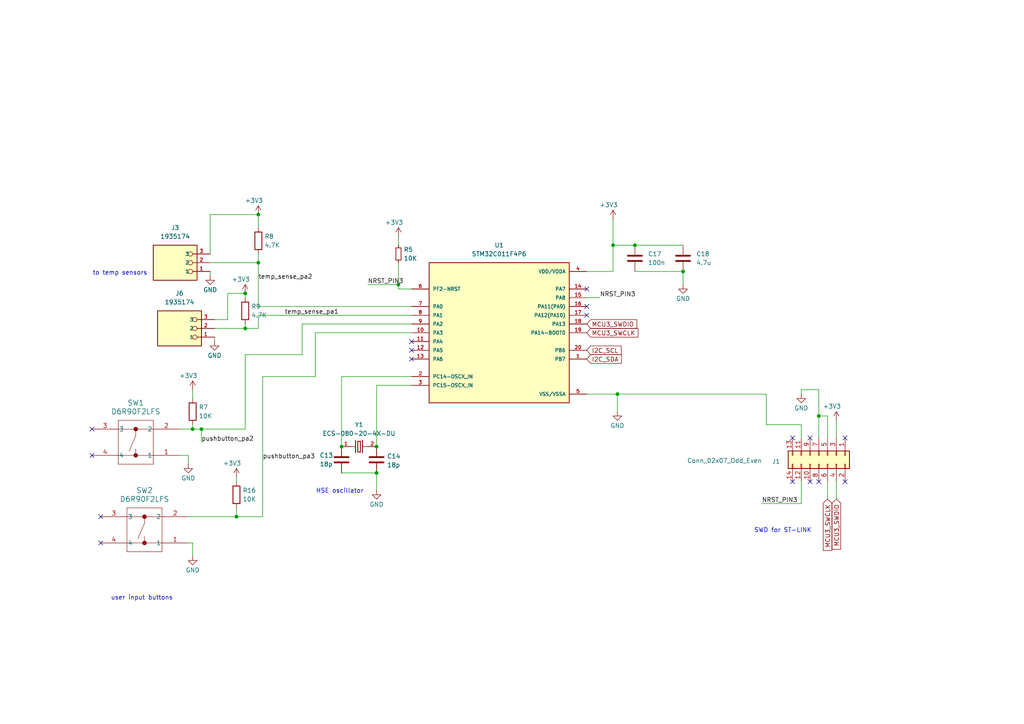
<source format=kicad_sch>
(kicad_sch
	(version 20231120)
	(generator "eeschema")
	(generator_version "8.0")
	(uuid "a90cc3a2-cdf1-4dab-9e9b-687b6439b581")
	(paper "A4")
	(lib_symbols
		(symbol "+3V3_1"
			(power)
			(pin_numbers hide)
			(pin_names
				(offset 0) hide)
			(exclude_from_sim no)
			(in_bom yes)
			(on_board yes)
			(property "Reference" "#PWR040"
				(at 0 -3.81 0)
				(effects
					(font
						(size 1.27 1.27)
					)
					(hide yes)
				)
			)
			(property "Value" "+3V3"
				(at -1.27 4.064 0)
				(effects
					(font
						(size 1.27 1.27)
					)
				)
			)
			(property "Footprint" ""
				(at 0 0 0)
				(effects
					(font
						(size 1.27 1.27)
					)
					(hide yes)
				)
			)
			(property "Datasheet" ""
				(at 0 0 0)
				(effects
					(font
						(size 1.27 1.27)
					)
					(hide yes)
				)
			)
			(property "Description" "Power symbol creates a global label with name \"+3V3\""
				(at 0 0 0)
				(effects
					(font
						(size 1.27 1.27)
					)
					(hide yes)
				)
			)
			(property "ki_keywords" "global power"
				(at 0 0 0)
				(effects
					(font
						(size 1.27 1.27)
					)
					(hide yes)
				)
			)
			(symbol "+3V3_1_0_1"
				(polyline
					(pts
						(xy -0.762 1.27) (xy 0 2.54)
					)
					(stroke
						(width 0)
						(type default)
					)
					(fill
						(type none)
					)
				)
				(polyline
					(pts
						(xy 0 0) (xy 0 2.54)
					)
					(stroke
						(width 0)
						(type default)
					)
					(fill
						(type none)
					)
				)
				(polyline
					(pts
						(xy 0 2.54) (xy 0.762 1.27)
					)
					(stroke
						(width 0)
						(type default)
					)
					(fill
						(type none)
					)
				)
			)
			(symbol "+3V3_1_1_1"
				(pin power_out line
					(at 0 0 90)
					(length 0)
					(name "~"
						(effects
							(font
								(size 1.27 1.27)
							)
						)
					)
					(number "1"
						(effects
							(font
								(size 1.27 1.27)
							)
						)
					)
				)
			)
		)
		(symbol "Connector_Generic:Conn_02x07_Odd_Even"
			(pin_names
				(offset 1.016) hide)
			(exclude_from_sim no)
			(in_bom yes)
			(on_board yes)
			(property "Reference" "J"
				(at 1.27 10.16 0)
				(effects
					(font
						(size 1.27 1.27)
					)
				)
			)
			(property "Value" "Conn_02x07_Odd_Even"
				(at 1.27 -10.16 0)
				(effects
					(font
						(size 1.27 1.27)
					)
				)
			)
			(property "Footprint" ""
				(at 0 0 0)
				(effects
					(font
						(size 1.27 1.27)
					)
					(hide yes)
				)
			)
			(property "Datasheet" "~"
				(at 0 0 0)
				(effects
					(font
						(size 1.27 1.27)
					)
					(hide yes)
				)
			)
			(property "Description" "Generic connector, double row, 02x07, odd/even pin numbering scheme (row 1 odd numbers, row 2 even numbers), script generated (kicad-library-utils/schlib/autogen/connector/)"
				(at 0 0 0)
				(effects
					(font
						(size 1.27 1.27)
					)
					(hide yes)
				)
			)
			(property "ki_keywords" "connector"
				(at 0 0 0)
				(effects
					(font
						(size 1.27 1.27)
					)
					(hide yes)
				)
			)
			(property "ki_fp_filters" "Connector*:*_2x??_*"
				(at 0 0 0)
				(effects
					(font
						(size 1.27 1.27)
					)
					(hide yes)
				)
			)
			(symbol "Conn_02x07_Odd_Even_1_1"
				(rectangle
					(start -1.27 -7.493)
					(end 0 -7.747)
					(stroke
						(width 0.1524)
						(type default)
					)
					(fill
						(type none)
					)
				)
				(rectangle
					(start -1.27 -4.953)
					(end 0 -5.207)
					(stroke
						(width 0.1524)
						(type default)
					)
					(fill
						(type none)
					)
				)
				(rectangle
					(start -1.27 -2.413)
					(end 0 -2.667)
					(stroke
						(width 0.1524)
						(type default)
					)
					(fill
						(type none)
					)
				)
				(rectangle
					(start -1.27 0.127)
					(end 0 -0.127)
					(stroke
						(width 0.1524)
						(type default)
					)
					(fill
						(type none)
					)
				)
				(rectangle
					(start -1.27 2.667)
					(end 0 2.413)
					(stroke
						(width 0.1524)
						(type default)
					)
					(fill
						(type none)
					)
				)
				(rectangle
					(start -1.27 5.207)
					(end 0 4.953)
					(stroke
						(width 0.1524)
						(type default)
					)
					(fill
						(type none)
					)
				)
				(rectangle
					(start -1.27 7.747)
					(end 0 7.493)
					(stroke
						(width 0.1524)
						(type default)
					)
					(fill
						(type none)
					)
				)
				(rectangle
					(start -1.27 8.89)
					(end 3.81 -8.89)
					(stroke
						(width 0.254)
						(type default)
					)
					(fill
						(type background)
					)
				)
				(rectangle
					(start 3.81 -7.493)
					(end 2.54 -7.747)
					(stroke
						(width 0.1524)
						(type default)
					)
					(fill
						(type none)
					)
				)
				(rectangle
					(start 3.81 -4.953)
					(end 2.54 -5.207)
					(stroke
						(width 0.1524)
						(type default)
					)
					(fill
						(type none)
					)
				)
				(rectangle
					(start 3.81 -2.413)
					(end 2.54 -2.667)
					(stroke
						(width 0.1524)
						(type default)
					)
					(fill
						(type none)
					)
				)
				(rectangle
					(start 3.81 0.127)
					(end 2.54 -0.127)
					(stroke
						(width 0.1524)
						(type default)
					)
					(fill
						(type none)
					)
				)
				(rectangle
					(start 3.81 2.667)
					(end 2.54 2.413)
					(stroke
						(width 0.1524)
						(type default)
					)
					(fill
						(type none)
					)
				)
				(rectangle
					(start 3.81 5.207)
					(end 2.54 4.953)
					(stroke
						(width 0.1524)
						(type default)
					)
					(fill
						(type none)
					)
				)
				(rectangle
					(start 3.81 7.747)
					(end 2.54 7.493)
					(stroke
						(width 0.1524)
						(type default)
					)
					(fill
						(type none)
					)
				)
				(pin passive line
					(at -5.08 7.62 0)
					(length 3.81)
					(name "Pin_1"
						(effects
							(font
								(size 1.27 1.27)
							)
						)
					)
					(number "1"
						(effects
							(font
								(size 1.27 1.27)
							)
						)
					)
				)
				(pin passive line
					(at 7.62 -2.54 180)
					(length 3.81)
					(name "Pin_10"
						(effects
							(font
								(size 1.27 1.27)
							)
						)
					)
					(number "10"
						(effects
							(font
								(size 1.27 1.27)
							)
						)
					)
				)
				(pin passive line
					(at -5.08 -5.08 0)
					(length 3.81)
					(name "Pin_11"
						(effects
							(font
								(size 1.27 1.27)
							)
						)
					)
					(number "11"
						(effects
							(font
								(size 1.27 1.27)
							)
						)
					)
				)
				(pin passive line
					(at 7.62 -5.08 180)
					(length 3.81)
					(name "Pin_12"
						(effects
							(font
								(size 1.27 1.27)
							)
						)
					)
					(number "12"
						(effects
							(font
								(size 1.27 1.27)
							)
						)
					)
				)
				(pin passive line
					(at -5.08 -7.62 0)
					(length 3.81)
					(name "Pin_13"
						(effects
							(font
								(size 1.27 1.27)
							)
						)
					)
					(number "13"
						(effects
							(font
								(size 1.27 1.27)
							)
						)
					)
				)
				(pin passive line
					(at 7.62 -7.62 180)
					(length 3.81)
					(name "Pin_14"
						(effects
							(font
								(size 1.27 1.27)
							)
						)
					)
					(number "14"
						(effects
							(font
								(size 1.27 1.27)
							)
						)
					)
				)
				(pin passive line
					(at 7.62 7.62 180)
					(length 3.81)
					(name "Pin_2"
						(effects
							(font
								(size 1.27 1.27)
							)
						)
					)
					(number "2"
						(effects
							(font
								(size 1.27 1.27)
							)
						)
					)
				)
				(pin passive line
					(at -5.08 5.08 0)
					(length 3.81)
					(name "Pin_3"
						(effects
							(font
								(size 1.27 1.27)
							)
						)
					)
					(number "3"
						(effects
							(font
								(size 1.27 1.27)
							)
						)
					)
				)
				(pin passive line
					(at 7.62 5.08 180)
					(length 3.81)
					(name "Pin_4"
						(effects
							(font
								(size 1.27 1.27)
							)
						)
					)
					(number "4"
						(effects
							(font
								(size 1.27 1.27)
							)
						)
					)
				)
				(pin passive line
					(at -5.08 2.54 0)
					(length 3.81)
					(name "Pin_5"
						(effects
							(font
								(size 1.27 1.27)
							)
						)
					)
					(number "5"
						(effects
							(font
								(size 1.27 1.27)
							)
						)
					)
				)
				(pin passive line
					(at 7.62 2.54 180)
					(length 3.81)
					(name "Pin_6"
						(effects
							(font
								(size 1.27 1.27)
							)
						)
					)
					(number "6"
						(effects
							(font
								(size 1.27 1.27)
							)
						)
					)
				)
				(pin passive line
					(at -5.08 0 0)
					(length 3.81)
					(name "Pin_7"
						(effects
							(font
								(size 1.27 1.27)
							)
						)
					)
					(number "7"
						(effects
							(font
								(size 1.27 1.27)
							)
						)
					)
				)
				(pin passive line
					(at 7.62 0 180)
					(length 3.81)
					(name "Pin_8"
						(effects
							(font
								(size 1.27 1.27)
							)
						)
					)
					(number "8"
						(effects
							(font
								(size 1.27 1.27)
							)
						)
					)
				)
				(pin passive line
					(at -5.08 -2.54 0)
					(length 3.81)
					(name "Pin_9"
						(effects
							(font
								(size 1.27 1.27)
							)
						)
					)
					(number "9"
						(effects
							(font
								(size 1.27 1.27)
							)
						)
					)
				)
			)
		)
		(symbol "Device:C"
			(pin_numbers hide)
			(pin_names
				(offset 0.254)
			)
			(exclude_from_sim no)
			(in_bom yes)
			(on_board yes)
			(property "Reference" "C"
				(at 0.635 2.54 0)
				(effects
					(font
						(size 1.27 1.27)
					)
					(justify left)
				)
			)
			(property "Value" "C"
				(at 0.635 -2.54 0)
				(effects
					(font
						(size 1.27 1.27)
					)
					(justify left)
				)
			)
			(property "Footprint" ""
				(at 0.9652 -3.81 0)
				(effects
					(font
						(size 1.27 1.27)
					)
					(hide yes)
				)
			)
			(property "Datasheet" "~"
				(at 0 0 0)
				(effects
					(font
						(size 1.27 1.27)
					)
					(hide yes)
				)
			)
			(property "Description" "Unpolarized capacitor"
				(at 0 0 0)
				(effects
					(font
						(size 1.27 1.27)
					)
					(hide yes)
				)
			)
			(property "ki_keywords" "cap capacitor"
				(at 0 0 0)
				(effects
					(font
						(size 1.27 1.27)
					)
					(hide yes)
				)
			)
			(property "ki_fp_filters" "C_*"
				(at 0 0 0)
				(effects
					(font
						(size 1.27 1.27)
					)
					(hide yes)
				)
			)
			(symbol "C_0_1"
				(polyline
					(pts
						(xy -2.032 -0.762) (xy 2.032 -0.762)
					)
					(stroke
						(width 0.508)
						(type default)
					)
					(fill
						(type none)
					)
				)
				(polyline
					(pts
						(xy -2.032 0.762) (xy 2.032 0.762)
					)
					(stroke
						(width 0.508)
						(type default)
					)
					(fill
						(type none)
					)
				)
			)
			(symbol "C_1_1"
				(pin passive line
					(at 0 3.81 270)
					(length 2.794)
					(name "~"
						(effects
							(font
								(size 1.27 1.27)
							)
						)
					)
					(number "1"
						(effects
							(font
								(size 1.27 1.27)
							)
						)
					)
				)
				(pin passive line
					(at 0 -3.81 90)
					(length 2.794)
					(name "~"
						(effects
							(font
								(size 1.27 1.27)
							)
						)
					)
					(number "2"
						(effects
							(font
								(size 1.27 1.27)
							)
						)
					)
				)
			)
		)
		(symbol "Device:R"
			(pin_numbers hide)
			(pin_names
				(offset 0)
			)
			(exclude_from_sim no)
			(in_bom yes)
			(on_board yes)
			(property "Reference" "R"
				(at 2.032 0 90)
				(effects
					(font
						(size 1.27 1.27)
					)
				)
			)
			(property "Value" "R"
				(at 0 0 90)
				(effects
					(font
						(size 1.27 1.27)
					)
				)
			)
			(property "Footprint" ""
				(at -1.778 0 90)
				(effects
					(font
						(size 1.27 1.27)
					)
					(hide yes)
				)
			)
			(property "Datasheet" "~"
				(at 0 0 0)
				(effects
					(font
						(size 1.27 1.27)
					)
					(hide yes)
				)
			)
			(property "Description" "Resistor"
				(at 0 0 0)
				(effects
					(font
						(size 1.27 1.27)
					)
					(hide yes)
				)
			)
			(property "ki_keywords" "R res resistor"
				(at 0 0 0)
				(effects
					(font
						(size 1.27 1.27)
					)
					(hide yes)
				)
			)
			(property "ki_fp_filters" "R_*"
				(at 0 0 0)
				(effects
					(font
						(size 1.27 1.27)
					)
					(hide yes)
				)
			)
			(symbol "R_0_1"
				(rectangle
					(start -1.016 -2.54)
					(end 1.016 2.54)
					(stroke
						(width 0.254)
						(type default)
					)
					(fill
						(type none)
					)
				)
			)
			(symbol "R_1_1"
				(pin passive line
					(at 0 3.81 270)
					(length 1.27)
					(name "~"
						(effects
							(font
								(size 1.27 1.27)
							)
						)
					)
					(number "1"
						(effects
							(font
								(size 1.27 1.27)
							)
						)
					)
				)
				(pin passive line
					(at 0 -3.81 90)
					(length 1.27)
					(name "~"
						(effects
							(font
								(size 1.27 1.27)
							)
						)
					)
					(number "2"
						(effects
							(font
								(size 1.27 1.27)
							)
						)
					)
				)
			)
		)
		(symbol "Device:R_Small"
			(pin_numbers hide)
			(pin_names
				(offset 0.254) hide)
			(exclude_from_sim no)
			(in_bom yes)
			(on_board yes)
			(property "Reference" "R"
				(at 0.762 0.508 0)
				(effects
					(font
						(size 1.27 1.27)
					)
					(justify left)
				)
			)
			(property "Value" "R_Small"
				(at 0.762 -1.016 0)
				(effects
					(font
						(size 1.27 1.27)
					)
					(justify left)
				)
			)
			(property "Footprint" ""
				(at 0 0 0)
				(effects
					(font
						(size 1.27 1.27)
					)
					(hide yes)
				)
			)
			(property "Datasheet" "~"
				(at 0 0 0)
				(effects
					(font
						(size 1.27 1.27)
					)
					(hide yes)
				)
			)
			(property "Description" "Resistor, small symbol"
				(at 0 0 0)
				(effects
					(font
						(size 1.27 1.27)
					)
					(hide yes)
				)
			)
			(property "ki_keywords" "R resistor"
				(at 0 0 0)
				(effects
					(font
						(size 1.27 1.27)
					)
					(hide yes)
				)
			)
			(property "ki_fp_filters" "R_*"
				(at 0 0 0)
				(effects
					(font
						(size 1.27 1.27)
					)
					(hide yes)
				)
			)
			(symbol "R_Small_0_1"
				(rectangle
					(start -0.762 1.778)
					(end 0.762 -1.778)
					(stroke
						(width 0.2032)
						(type default)
					)
					(fill
						(type none)
					)
				)
			)
			(symbol "R_Small_1_1"
				(pin passive line
					(at 0 2.54 270)
					(length 0.762)
					(name "~"
						(effects
							(font
								(size 1.27 1.27)
							)
						)
					)
					(number "1"
						(effects
							(font
								(size 1.27 1.27)
							)
						)
					)
				)
				(pin passive line
					(at 0 -2.54 90)
					(length 0.762)
					(name "~"
						(effects
							(font
								(size 1.27 1.27)
							)
						)
					)
					(number "2"
						(effects
							(font
								(size 1.27 1.27)
							)
						)
					)
				)
			)
		)
		(symbol "mcu_small:STM32C011F4P6"
			(pin_names
				(offset 1.016)
			)
			(exclude_from_sim no)
			(in_bom yes)
			(on_board yes)
			(property "Reference" "U"
				(at -20.32 22.86 0)
				(effects
					(font
						(size 1.27 1.27)
					)
					(justify left top)
				)
			)
			(property "Value" "STM32C011F4P6"
				(at -20.32 -22.86 0)
				(effects
					(font
						(size 1.27 1.27)
					)
					(justify left bottom)
				)
			)
			(property "Footprint" "STM32C011F4P6:SOP65P640X120-20N"
				(at 0 0 0)
				(effects
					(font
						(size 1.27 1.27)
					)
					(justify bottom)
					(hide yes)
				)
			)
			(property "Datasheet" ""
				(at 0 0 0)
				(effects
					(font
						(size 1.27 1.27)
					)
					(hide yes)
				)
			)
			(property "Description" ""
				(at 0 0 0)
				(effects
					(font
						(size 1.27 1.27)
					)
					(hide yes)
				)
			)
			(property "PARTREV" "3"
				(at 0 0 0)
				(effects
					(font
						(size 1.27 1.27)
					)
					(justify bottom)
					(hide yes)
				)
			)
			(property "STANDARD" "IPC-7351B"
				(at 0 0 0)
				(effects
					(font
						(size 1.27 1.27)
					)
					(justify bottom)
					(hide yes)
				)
			)
			(property "SNAPEDA_PN" "STM32C011F4P6"
				(at 0 0 0)
				(effects
					(font
						(size 1.27 1.27)
					)
					(justify bottom)
					(hide yes)
				)
			)
			(property "MAXIMUM_PACKAGE_HEIGHT" "1.20mm"
				(at 0 0 0)
				(effects
					(font
						(size 1.27 1.27)
					)
					(justify bottom)
					(hide yes)
				)
			)
			(property "MANUFACTURER" "ST Microelectronics"
				(at 0 0 0)
				(effects
					(font
						(size 1.27 1.27)
					)
					(justify bottom)
					(hide yes)
				)
			)
			(symbol "STM32C011F4P6_0_0"
				(rectangle
					(start -20.32 -20.32)
					(end 20.32 20.32)
					(stroke
						(width 0.254)
						(type default)
					)
					(fill
						(type background)
					)
				)
				(pin bidirectional line
					(at 25.4 -7.62 180)
					(length 5.08)
					(name "PB7"
						(effects
							(font
								(size 1.016 1.016)
							)
						)
					)
					(number "1"
						(effects
							(font
								(size 1.016 1.016)
							)
						)
					)
				)
				(pin bidirectional line
					(at -25.4 0 0)
					(length 5.08)
					(name "PA3"
						(effects
							(font
								(size 1.016 1.016)
							)
						)
					)
					(number "10"
						(effects
							(font
								(size 1.016 1.016)
							)
						)
					)
				)
				(pin bidirectional line
					(at -25.4 -2.54 0)
					(length 5.08)
					(name "PA4"
						(effects
							(font
								(size 1.016 1.016)
							)
						)
					)
					(number "11"
						(effects
							(font
								(size 1.016 1.016)
							)
						)
					)
				)
				(pin bidirectional line
					(at -25.4 -5.08 0)
					(length 5.08)
					(name "PA5"
						(effects
							(font
								(size 1.016 1.016)
							)
						)
					)
					(number "12"
						(effects
							(font
								(size 1.016 1.016)
							)
						)
					)
				)
				(pin bidirectional line
					(at -25.4 -7.62 0)
					(length 5.08)
					(name "PA6"
						(effects
							(font
								(size 1.016 1.016)
							)
						)
					)
					(number "13"
						(effects
							(font
								(size 1.016 1.016)
							)
						)
					)
				)
				(pin bidirectional line
					(at 25.4 12.7 180)
					(length 5.08)
					(name "PA7"
						(effects
							(font
								(size 1.016 1.016)
							)
						)
					)
					(number "14"
						(effects
							(font
								(size 1.016 1.016)
							)
						)
					)
				)
				(pin bidirectional line
					(at 25.4 10.16 180)
					(length 5.08)
					(name "PA8"
						(effects
							(font
								(size 1.016 1.016)
							)
						)
					)
					(number "15"
						(effects
							(font
								(size 1.016 1.016)
							)
						)
					)
				)
				(pin bidirectional line
					(at 25.4 7.62 180)
					(length 5.08)
					(name "PA11(PA9)"
						(effects
							(font
								(size 1.016 1.016)
							)
						)
					)
					(number "16"
						(effects
							(font
								(size 1.016 1.016)
							)
						)
					)
				)
				(pin bidirectional line
					(at 25.4 5.08 180)
					(length 5.08)
					(name "PA12(PA10)"
						(effects
							(font
								(size 1.016 1.016)
							)
						)
					)
					(number "17"
						(effects
							(font
								(size 1.016 1.016)
							)
						)
					)
				)
				(pin bidirectional line
					(at 25.4 2.54 180)
					(length 5.08)
					(name "PA13"
						(effects
							(font
								(size 1.016 1.016)
							)
						)
					)
					(number "18"
						(effects
							(font
								(size 1.016 1.016)
							)
						)
					)
				)
				(pin bidirectional line
					(at 25.4 0 180)
					(length 5.08)
					(name "PA14-BOOT0"
						(effects
							(font
								(size 1.016 1.016)
							)
						)
					)
					(number "19"
						(effects
							(font
								(size 1.016 1.016)
							)
						)
					)
				)
				(pin bidirectional line
					(at -25.4 -12.7 0)
					(length 5.08)
					(name "PC14-OSCX_IN"
						(effects
							(font
								(size 1.016 1.016)
							)
						)
					)
					(number "2"
						(effects
							(font
								(size 1.016 1.016)
							)
						)
					)
				)
				(pin bidirectional line
					(at 25.4 -5.08 180)
					(length 5.08)
					(name "PB6"
						(effects
							(font
								(size 1.016 1.016)
							)
						)
					)
					(number "20"
						(effects
							(font
								(size 1.016 1.016)
							)
						)
					)
				)
				(pin bidirectional line
					(at -25.4 -15.24 0)
					(length 5.08)
					(name "PC15-OSCX_IN"
						(effects
							(font
								(size 1.016 1.016)
							)
						)
					)
					(number "3"
						(effects
							(font
								(size 1.016 1.016)
							)
						)
					)
				)
				(pin power_in line
					(at 25.4 17.78 180)
					(length 5.08)
					(name "VDD/VDDA"
						(effects
							(font
								(size 1.016 1.016)
							)
						)
					)
					(number "4"
						(effects
							(font
								(size 1.016 1.016)
							)
						)
					)
				)
				(pin power_in line
					(at 25.4 -17.78 180)
					(length 5.08)
					(name "VSS/VSSA"
						(effects
							(font
								(size 1.016 1.016)
							)
						)
					)
					(number "5"
						(effects
							(font
								(size 1.016 1.016)
							)
						)
					)
				)
				(pin bidirectional line
					(at -25.4 12.7 0)
					(length 5.08)
					(name "PF2-NRST"
						(effects
							(font
								(size 1.016 1.016)
							)
						)
					)
					(number "6"
						(effects
							(font
								(size 1.016 1.016)
							)
						)
					)
				)
				(pin bidirectional line
					(at -25.4 7.62 0)
					(length 5.08)
					(name "PA0"
						(effects
							(font
								(size 1.016 1.016)
							)
						)
					)
					(number "7"
						(effects
							(font
								(size 1.016 1.016)
							)
						)
					)
				)
				(pin bidirectional line
					(at -25.4 5.08 0)
					(length 5.08)
					(name "PA1"
						(effects
							(font
								(size 1.016 1.016)
							)
						)
					)
					(number "8"
						(effects
							(font
								(size 1.016 1.016)
							)
						)
					)
				)
				(pin bidirectional line
					(at -25.4 2.54 0)
					(length 5.08)
					(name "PA2"
						(effects
							(font
								(size 1.016 1.016)
							)
						)
					)
					(number "9"
						(effects
							(font
								(size 1.016 1.016)
							)
						)
					)
				)
			)
		)
		(symbol "oscillator_good:ECS-080-20-4X-DU"
			(pin_names
				(offset 1.016)
			)
			(exclude_from_sim no)
			(in_bom yes)
			(on_board yes)
			(property "Reference" "Y"
				(at -4.5769 2.2885 0)
				(effects
					(font
						(size 1.27 1.27)
					)
					(justify left bottom)
				)
			)
			(property "Value" "ECS-080-20-4X-DU"
				(at -4.323 -4.5773 0)
				(effects
					(font
						(size 1.27 1.27)
					)
					(justify left bottom)
				)
			)
			(property "Footprint" "ECS-080-20-4X-DU:XTAL_ECS-160-20-4X"
				(at 0 0 0)
				(effects
					(font
						(size 1.27 1.27)
					)
					(justify bottom)
					(hide yes)
				)
			)
			(property "Datasheet" ""
				(at 0 0 0)
				(effects
					(font
						(size 1.27 1.27)
					)
					(hide yes)
				)
			)
			(property "Description" ""
				(at 0 0 0)
				(effects
					(font
						(size 1.27 1.27)
					)
					(hide yes)
				)
			)
			(property "MANUFACTURER" "ECS Inc."
				(at 0 0 0)
				(effects
					(font
						(size 1.27 1.27)
					)
					(justify bottom)
					(hide yes)
				)
			)
			(symbol "ECS-080-20-4X-DU_0_0"
				(polyline
					(pts
						(xy -2.54 0) (xy -1.016 0)
					)
					(stroke
						(width 0.1524)
						(type default)
					)
					(fill
						(type none)
					)
				)
				(polyline
					(pts
						(xy -1.016 1.778) (xy -1.016 -1.778)
					)
					(stroke
						(width 0.254)
						(type default)
					)
					(fill
						(type none)
					)
				)
				(polyline
					(pts
						(xy -0.381 -1.524) (xy 0.381 -1.524)
					)
					(stroke
						(width 0.254)
						(type default)
					)
					(fill
						(type none)
					)
				)
				(polyline
					(pts
						(xy -0.381 1.524) (xy -0.381 -1.524)
					)
					(stroke
						(width 0.254)
						(type default)
					)
					(fill
						(type none)
					)
				)
				(polyline
					(pts
						(xy 0.381 -1.524) (xy 0.381 1.524)
					)
					(stroke
						(width 0.254)
						(type default)
					)
					(fill
						(type none)
					)
				)
				(polyline
					(pts
						(xy 0.381 1.524) (xy -0.381 1.524)
					)
					(stroke
						(width 0.254)
						(type default)
					)
					(fill
						(type none)
					)
				)
				(polyline
					(pts
						(xy 1.016 0) (xy 2.54 0)
					)
					(stroke
						(width 0.1524)
						(type default)
					)
					(fill
						(type none)
					)
				)
				(polyline
					(pts
						(xy 1.016 1.778) (xy 1.016 -1.778)
					)
					(stroke
						(width 0.254)
						(type default)
					)
					(fill
						(type none)
					)
				)
				(pin passive line
					(at -5.08 0 0)
					(length 2.54)
					(name "~"
						(effects
							(font
								(size 1.016 1.016)
							)
						)
					)
					(number "1"
						(effects
							(font
								(size 1.016 1.016)
							)
						)
					)
				)
				(pin passive line
					(at 5.08 0 180)
					(length 2.54)
					(name "~"
						(effects
							(font
								(size 1.016 1.016)
							)
						)
					)
					(number "2"
						(effects
							(font
								(size 1.016 1.016)
							)
						)
					)
				)
			)
		)
		(symbol "power:+3V3"
			(power)
			(pin_numbers hide)
			(pin_names
				(offset 0) hide)
			(exclude_from_sim no)
			(in_bom yes)
			(on_board yes)
			(property "Reference" "#PWR"
				(at 0 -3.81 0)
				(effects
					(font
						(size 1.27 1.27)
					)
					(hide yes)
				)
			)
			(property "Value" "+3V3"
				(at 0 3.556 0)
				(effects
					(font
						(size 1.27 1.27)
					)
				)
			)
			(property "Footprint" ""
				(at 0 0 0)
				(effects
					(font
						(size 1.27 1.27)
					)
					(hide yes)
				)
			)
			(property "Datasheet" ""
				(at 0 0 0)
				(effects
					(font
						(size 1.27 1.27)
					)
					(hide yes)
				)
			)
			(property "Description" "Power symbol creates a global label with name \"+3V3\""
				(at 0 0 0)
				(effects
					(font
						(size 1.27 1.27)
					)
					(hide yes)
				)
			)
			(property "ki_keywords" "global power"
				(at 0 0 0)
				(effects
					(font
						(size 1.27 1.27)
					)
					(hide yes)
				)
			)
			(symbol "+3V3_0_1"
				(polyline
					(pts
						(xy -0.762 1.27) (xy 0 2.54)
					)
					(stroke
						(width 0)
						(type default)
					)
					(fill
						(type none)
					)
				)
				(polyline
					(pts
						(xy 0 0) (xy 0 2.54)
					)
					(stroke
						(width 0)
						(type default)
					)
					(fill
						(type none)
					)
				)
				(polyline
					(pts
						(xy 0 2.54) (xy 0.762 1.27)
					)
					(stroke
						(width 0)
						(type default)
					)
					(fill
						(type none)
					)
				)
			)
			(symbol "+3V3_1_1"
				(pin power_in line
					(at 0 0 90)
					(length 0)
					(name "~"
						(effects
							(font
								(size 1.27 1.27)
							)
						)
					)
					(number "1"
						(effects
							(font
								(size 1.27 1.27)
							)
						)
					)
				)
			)
		)
		(symbol "power:GND"
			(power)
			(pin_numbers hide)
			(pin_names
				(offset 0) hide)
			(exclude_from_sim no)
			(in_bom yes)
			(on_board yes)
			(property "Reference" "#PWR"
				(at 0 -6.35 0)
				(effects
					(font
						(size 1.27 1.27)
					)
					(hide yes)
				)
			)
			(property "Value" "GND"
				(at 0 -3.81 0)
				(effects
					(font
						(size 1.27 1.27)
					)
				)
			)
			(property "Footprint" ""
				(at 0 0 0)
				(effects
					(font
						(size 1.27 1.27)
					)
					(hide yes)
				)
			)
			(property "Datasheet" ""
				(at 0 0 0)
				(effects
					(font
						(size 1.27 1.27)
					)
					(hide yes)
				)
			)
			(property "Description" "Power symbol creates a global label with name \"GND\" , ground"
				(at 0 0 0)
				(effects
					(font
						(size 1.27 1.27)
					)
					(hide yes)
				)
			)
			(property "ki_keywords" "global power"
				(at 0 0 0)
				(effects
					(font
						(size 1.27 1.27)
					)
					(hide yes)
				)
			)
			(symbol "GND_0_1"
				(polyline
					(pts
						(xy 0 0) (xy 0 -1.27) (xy 1.27 -1.27) (xy 0 -2.54) (xy -1.27 -1.27) (xy 0 -1.27)
					)
					(stroke
						(width 0)
						(type default)
					)
					(fill
						(type none)
					)
				)
			)
			(symbol "GND_1_1"
				(pin power_in line
					(at 0 0 270)
					(length 0)
					(name "~"
						(effects
							(font
								(size 1.27 1.27)
							)
						)
					)
					(number "1"
						(effects
							(font
								(size 1.27 1.27)
							)
						)
					)
				)
			)
		)
		(symbol "pushbutton_contact:D6R90F2LFS"
			(pin_names
				(offset 0.254)
			)
			(exclude_from_sim no)
			(in_bom yes)
			(on_board yes)
			(property "Reference" "SW"
				(at 13.335 7.62 0)
				(effects
					(font
						(size 1.524 1.524)
					)
				)
			)
			(property "Value" "D6R90F2LFS"
				(at 20.32 5.08 0)
				(effects
					(font
						(size 1.524 1.524)
					)
				)
			)
			(property "Footprint" "D6R90_CNK"
				(at 0 0 0)
				(effects
					(font
						(size 1.27 1.27)
						(italic yes)
					)
					(hide yes)
				)
			)
			(property "Datasheet" "D6R90F2LFS"
				(at 0 0 0)
				(effects
					(font
						(size 1.27 1.27)
						(italic yes)
					)
					(hide yes)
				)
			)
			(property "Description" ""
				(at 0 0 0)
				(effects
					(font
						(size 1.27 1.27)
					)
					(hide yes)
				)
			)
			(property "ki_locked" ""
				(at 0 0 0)
				(effects
					(font
						(size 1.27 1.27)
					)
				)
			)
			(property "ki_keywords" "D6R90F2LFS"
				(at 0 0 0)
				(effects
					(font
						(size 1.27 1.27)
					)
					(hide yes)
				)
			)
			(property "ki_fp_filters" "D6R90_CNK"
				(at 0 0 0)
				(effects
					(font
						(size 1.27 1.27)
					)
					(hide yes)
				)
			)
			(symbol "D6R90F2LFS_0_1"
				(polyline
					(pts
						(xy 7.62 -10.16) (xy 17.78 -10.16)
					)
					(stroke
						(width 0.127)
						(type default)
					)
					(fill
						(type none)
					)
				)
				(polyline
					(pts
						(xy 7.62 -7.62) (xy 17.78 -7.62)
					)
					(stroke
						(width 0.127)
						(type default)
					)
					(fill
						(type none)
					)
				)
				(polyline
					(pts
						(xy 7.62 0) (xy 17.78 0)
					)
					(stroke
						(width 0.127)
						(type default)
					)
					(fill
						(type none)
					)
				)
				(polyline
					(pts
						(xy 7.62 2.54) (xy 7.62 -10.16)
					)
					(stroke
						(width 0.127)
						(type default)
					)
					(fill
						(type none)
					)
				)
				(polyline
					(pts
						(xy 12.7 -7.62) (xy 12.7 -5.715)
					)
					(stroke
						(width 0.127)
						(type default)
					)
					(fill
						(type none)
					)
				)
				(polyline
					(pts
						(xy 12.7 -5.715) (xy 14.605 -1.27)
					)
					(stroke
						(width 0.127)
						(type default)
					)
					(fill
						(type none)
					)
				)
				(polyline
					(pts
						(xy 12.7 0) (xy 12.7 -1.905)
					)
					(stroke
						(width 0.127)
						(type default)
					)
					(fill
						(type none)
					)
				)
				(polyline
					(pts
						(xy 17.78 -10.16) (xy 17.78 2.54)
					)
					(stroke
						(width 0.127)
						(type default)
					)
					(fill
						(type none)
					)
				)
				(polyline
					(pts
						(xy 17.78 2.54) (xy 7.62 2.54)
					)
					(stroke
						(width 0.127)
						(type default)
					)
					(fill
						(type none)
					)
				)
				(circle
					(center 12.7 -7.62)
					(radius 0.127)
					(stroke
						(width 0.508)
						(type default)
					)
					(fill
						(type none)
					)
				)
				(circle
					(center 12.7 0)
					(radius 0.127)
					(stroke
						(width 0.508)
						(type default)
					)
					(fill
						(type none)
					)
				)
				(pin unspecified line
					(at 0 0 0)
					(length 7.62)
					(name "1"
						(effects
							(font
								(size 1.27 1.27)
							)
						)
					)
					(number "1"
						(effects
							(font
								(size 1.27 1.27)
							)
						)
					)
				)
				(pin unspecified line
					(at 0 -7.62 0)
					(length 7.62)
					(name "2"
						(effects
							(font
								(size 1.27 1.27)
							)
						)
					)
					(number "2"
						(effects
							(font
								(size 1.27 1.27)
							)
						)
					)
				)
				(pin unspecified line
					(at 25.4 -7.62 180)
					(length 7.62)
					(name "3"
						(effects
							(font
								(size 1.27 1.27)
							)
						)
					)
					(number "3"
						(effects
							(font
								(size 1.27 1.27)
							)
						)
					)
				)
				(pin unspecified line
					(at 25.4 0 180)
					(length 7.62)
					(name "4"
						(effects
							(font
								(size 1.27 1.27)
							)
						)
					)
					(number "4"
						(effects
							(font
								(size 1.27 1.27)
							)
						)
					)
				)
			)
		)
		(symbol "terminal_three_hole:1935174"
			(pin_names
				(offset 1.016)
			)
			(exclude_from_sim no)
			(in_bom yes)
			(on_board yes)
			(property "Reference" "J"
				(at -6.85 5.08 0)
				(effects
					(font
						(size 1.27 1.27)
					)
					(justify left bottom)
				)
			)
			(property "Value" "1935174"
				(at -6.35 -7.62 0)
				(effects
					(font
						(size 1.27 1.27)
					)
					(justify left bottom)
				)
			)
			(property "Footprint" "1935174:PHOENIX_1935174"
				(at 0 0 0)
				(effects
					(font
						(size 1.27 1.27)
					)
					(justify bottom)
					(hide yes)
				)
			)
			(property "Datasheet" ""
				(at 0 0 0)
				(effects
					(font
						(size 1.27 1.27)
					)
					(hide yes)
				)
			)
			(property "Description" ""
				(at 0 0 0)
				(effects
					(font
						(size 1.27 1.27)
					)
					(hide yes)
				)
			)
			(property "MANUFACTURER" "PHOENIX"
				(at 0 0 0)
				(effects
					(font
						(size 1.27 1.27)
					)
					(justify bottom)
					(hide yes)
				)
			)
			(symbol "1935174_0_0"
				(rectangle
					(start -6.35 -5.08)
					(end 6.35 5.08)
					(stroke
						(width 0.254)
						(type default)
					)
					(fill
						(type background)
					)
				)
				(circle
					(center -4.445 -2.54)
					(radius 0.635)
					(stroke
						(width 0.1524)
						(type default)
					)
					(fill
						(type none)
					)
				)
				(circle
					(center -4.445 0)
					(radius 0.635)
					(stroke
						(width 0.1524)
						(type default)
					)
					(fill
						(type none)
					)
				)
				(circle
					(center -4.445 2.54)
					(radius 0.635)
					(stroke
						(width 0.1524)
						(type default)
					)
					(fill
						(type none)
					)
				)
				(pin passive line
					(at -10.16 2.54 0)
					(length 5.08)
					(name "1"
						(effects
							(font
								(size 1.016 1.016)
							)
						)
					)
					(number "1"
						(effects
							(font
								(size 1.016 1.016)
							)
						)
					)
				)
				(pin passive line
					(at -10.16 0 0)
					(length 5.08)
					(name "2"
						(effects
							(font
								(size 1.016 1.016)
							)
						)
					)
					(number "2"
						(effects
							(font
								(size 1.016 1.016)
							)
						)
					)
				)
				(pin passive line
					(at -10.16 -2.54 0)
					(length 5.08)
					(name "3"
						(effects
							(font
								(size 1.016 1.016)
							)
						)
					)
					(number "3"
						(effects
							(font
								(size 1.016 1.016)
							)
						)
					)
				)
			)
		)
	)
	(junction
		(at 55.88 124.46)
		(diameter 0)
		(color 0 0 0 0)
		(uuid "56c8ea53-5843-4b44-9169-ead1145689da")
	)
	(junction
		(at 74.93 62.23)
		(diameter 0)
		(color 0 0 0 0)
		(uuid "5b2b89ff-11a1-45e6-b17b-40dad97eedb3")
	)
	(junction
		(at 58.42 124.46)
		(diameter 0)
		(color 0 0 0 0)
		(uuid "88ce38e5-d6a1-415a-82a2-4f763ac37e75")
	)
	(junction
		(at 74.93 76.2)
		(diameter 0)
		(color 0 0 0 0)
		(uuid "8d810d18-812d-4d4f-ba48-5cec1139b3e1")
	)
	(junction
		(at 198.12 78.74)
		(diameter 0)
		(color 0 0 0 0)
		(uuid "a410a9fd-25ab-4116-80b6-1cacd924c5d3")
	)
	(junction
		(at 179.07 114.3)
		(diameter 0)
		(color 0 0 0 0)
		(uuid "a66a5d88-04c4-4a8d-b8b8-2e9c790f47cd")
	)
	(junction
		(at 71.12 85.09)
		(diameter 0)
		(color 0 0 0 0)
		(uuid "a87f88f9-ced3-4eac-90f7-690f71d18e36")
	)
	(junction
		(at 237.49 120.65)
		(diameter 0)
		(color 0 0 0 0)
		(uuid "ab12bf58-cd09-466a-8635-34d43b1f7f28")
	)
	(junction
		(at 115.57 82.55)
		(diameter 0)
		(color 0 0 0 0)
		(uuid "b7b43c3c-fc9b-414b-b740-29fd4dcf2e08")
	)
	(junction
		(at 109.22 129.54)
		(diameter 0)
		(color 0 0 0 0)
		(uuid "cdb5e3fe-46e8-4b15-931f-c680a33f5f2f")
	)
	(junction
		(at 71.12 95.25)
		(diameter 0)
		(color 0 0 0 0)
		(uuid "ceb23dd8-78c5-45b1-8f91-0787beb01466")
	)
	(junction
		(at 177.8 71.12)
		(diameter 0)
		(color 0 0 0 0)
		(uuid "d3a84f5d-c2a4-4a32-8da8-7d8a58b7706c")
	)
	(junction
		(at 68.58 149.86)
		(diameter 0)
		(color 0 0 0 0)
		(uuid "d3c71df0-6907-44c1-9e23-14d08a6c2a6c")
	)
	(junction
		(at 109.22 137.16)
		(diameter 0)
		(color 0 0 0 0)
		(uuid "e27fc517-93b1-4574-ae8b-acce668bd5a1")
	)
	(junction
		(at 99.06 129.54)
		(diameter 0)
		(color 0 0 0 0)
		(uuid "e84a61c7-19d2-489d-a450-e49d6b6618c1")
	)
	(junction
		(at 184.15 71.12)
		(diameter 0)
		(color 0 0 0 0)
		(uuid "eeddab75-9e46-4eae-a504-d0727ce79247")
	)
	(no_connect
		(at 229.87 127)
		(uuid "11753a35-7983-415f-a2d8-19592866db74")
	)
	(no_connect
		(at 119.38 101.6)
		(uuid "2354b4fc-6ae9-4cd1-9191-defd4c809793")
	)
	(no_connect
		(at 234.95 139.7)
		(uuid "3b46b25d-db91-46e3-8c49-5a65328046e4")
	)
	(no_connect
		(at 119.38 99.06)
		(uuid "417fd7a5-14a9-4319-8a3d-c70f6ae9d93c")
	)
	(no_connect
		(at 29.21 149.86)
		(uuid "4337e9d4-5e05-4182-83b9-d731551a560e")
	)
	(no_connect
		(at 245.11 127)
		(uuid "47087f42-a272-4082-abed-b8159ec9f334")
	)
	(no_connect
		(at 29.21 157.48)
		(uuid "490d9aba-ffb6-4cae-bdf4-0218069ecf39")
	)
	(no_connect
		(at 237.49 139.7)
		(uuid "5732fd7a-c611-4d38-85b9-1af285e0ab9d")
	)
	(no_connect
		(at 229.87 139.7)
		(uuid "597b91d2-2661-415f-8814-d723af07ed2b")
	)
	(no_connect
		(at 245.11 139.7)
		(uuid "793d6beb-4239-49d3-a9c9-fb8c07d04acf")
	)
	(no_connect
		(at 170.18 83.82)
		(uuid "7d00d4d3-9818-4821-a03c-186419aaa5fb")
	)
	(no_connect
		(at 26.67 132.08)
		(uuid "7e2fe05e-7592-4385-b7ba-7ce589ddbf40")
	)
	(no_connect
		(at 26.67 124.46)
		(uuid "97284f68-9a57-487e-9485-cd01c9694be4")
	)
	(no_connect
		(at 170.18 91.44)
		(uuid "a5d0e1e3-a005-464b-a05c-a44a0dff1409")
	)
	(no_connect
		(at 119.38 104.14)
		(uuid "b493f5fc-211d-441d-9270-c390a61bfd13")
	)
	(no_connect
		(at 170.18 88.9)
		(uuid "cfeafd17-c64c-448d-85d6-d6f718b04dbf")
	)
	(no_connect
		(at 234.95 127)
		(uuid "f40106ec-7527-49eb-a9c4-1472d877fc7c")
	)
	(wire
		(pts
			(xy 198.12 78.74) (xy 198.12 82.55)
		)
		(stroke
			(width 0)
			(type default)
		)
		(uuid "083ac4bb-e2cf-49cd-a5e0-077a885276af")
	)
	(wire
		(pts
			(xy 179.07 114.3) (xy 179.07 119.38)
		)
		(stroke
			(width 0)
			(type default)
		)
		(uuid "0d6c0bd1-3518-459b-9501-86e5cc3fa7ed")
	)
	(wire
		(pts
			(xy 91.44 96.52) (xy 119.38 96.52)
		)
		(stroke
			(width 0)
			(type default)
		)
		(uuid "1144af59-3bec-442a-8087-d2b08620c9b6")
	)
	(wire
		(pts
			(xy 74.93 73.66) (xy 74.93 76.2)
		)
		(stroke
			(width 0)
			(type default)
		)
		(uuid "179244f9-26d3-4693-9955-c7abf3aa8e02")
	)
	(wire
		(pts
			(xy 74.93 95.25) (xy 74.93 91.44)
		)
		(stroke
			(width 0)
			(type default)
		)
		(uuid "1f92b617-b24d-4d11-87ed-7140a4e4aabc")
	)
	(wire
		(pts
			(xy 232.41 139.7) (xy 232.41 146.05)
		)
		(stroke
			(width 0)
			(type default)
		)
		(uuid "26a5c379-742e-454c-8deb-81f3c6df5702")
	)
	(wire
		(pts
			(xy 68.58 149.86) (xy 76.2 149.86)
		)
		(stroke
			(width 0)
			(type default)
		)
		(uuid "2730d3c2-49aa-4ad7-9ef9-388f08826336")
	)
	(wire
		(pts
			(xy 119.38 111.76) (xy 109.22 111.76)
		)
		(stroke
			(width 0)
			(type default)
		)
		(uuid "276ef38d-4020-4748-b0bf-d0023779b2d5")
	)
	(wire
		(pts
			(xy 232.41 127) (xy 232.41 123.19)
		)
		(stroke
			(width 0)
			(type default)
		)
		(uuid "29e6f3e7-d259-424a-9448-19e78bfd870d")
	)
	(wire
		(pts
			(xy 52.07 124.46) (xy 55.88 124.46)
		)
		(stroke
			(width 0)
			(type default)
		)
		(uuid "2c4cb757-8f4f-4e6e-9822-d95833ba9b84")
	)
	(wire
		(pts
			(xy 60.96 78.74) (xy 60.96 80.01)
		)
		(stroke
			(width 0)
			(type default)
		)
		(uuid "312566d8-229f-4c0a-b6b8-78eaaeb0b821")
	)
	(wire
		(pts
			(xy 66.04 92.71) (xy 66.04 85.09)
		)
		(stroke
			(width 0)
			(type default)
		)
		(uuid "35f9d7f3-caac-404e-a40f-092839f12bba")
	)
	(wire
		(pts
			(xy 237.49 113.03) (xy 237.49 120.65)
		)
		(stroke
			(width 0)
			(type default)
		)
		(uuid "3651b41c-46e7-4ed8-aca4-81c024ac8636")
	)
	(wire
		(pts
			(xy 232.41 146.05) (xy 220.98 146.05)
		)
		(stroke
			(width 0)
			(type default)
		)
		(uuid "37de8e4a-95c7-4570-ae4f-441249cc4b90")
	)
	(wire
		(pts
			(xy 62.23 92.71) (xy 66.04 92.71)
		)
		(stroke
			(width 0)
			(type default)
		)
		(uuid "3a87445c-ac0f-4112-8a52-daba59bbb2e7")
	)
	(wire
		(pts
			(xy 91.44 109.22) (xy 91.44 96.52)
		)
		(stroke
			(width 0)
			(type default)
		)
		(uuid "3c147f46-bae7-48db-b8f1-f51641b9fe39")
	)
	(wire
		(pts
			(xy 55.88 157.48) (xy 55.88 161.29)
		)
		(stroke
			(width 0)
			(type default)
		)
		(uuid "3d10f95d-83fd-4408-b267-2e17c8b2ebd0")
	)
	(wire
		(pts
			(xy 242.57 139.7) (xy 242.57 144.78)
		)
		(stroke
			(width 0)
			(type default)
		)
		(uuid "3ec53222-6230-451b-b56a-c12b7f195599")
	)
	(wire
		(pts
			(xy 74.93 91.44) (xy 119.38 91.44)
		)
		(stroke
			(width 0)
			(type default)
		)
		(uuid "410dc278-6d0d-4e85-a0fc-df57771add1f")
	)
	(wire
		(pts
			(xy 170.18 86.36) (xy 173.99 86.36)
		)
		(stroke
			(width 0)
			(type default)
		)
		(uuid "4508eff7-4688-4d67-812c-a384dc5de6b3")
	)
	(wire
		(pts
			(xy 232.41 114.3) (xy 232.41 113.03)
		)
		(stroke
			(width 0)
			(type default)
		)
		(uuid "4930857f-4e1a-413b-93c1-b04b20c198e1")
	)
	(wire
		(pts
			(xy 177.8 71.12) (xy 177.8 78.74)
		)
		(stroke
			(width 0)
			(type default)
		)
		(uuid "4b2cf42e-bf6d-478d-86e2-c1086587a1a8")
	)
	(wire
		(pts
			(xy 52.07 132.08) (xy 54.61 132.08)
		)
		(stroke
			(width 0)
			(type default)
		)
		(uuid "4ce67550-6d4b-4d11-96b0-feb9ea27f650")
	)
	(wire
		(pts
			(xy 184.15 71.12) (xy 198.12 71.12)
		)
		(stroke
			(width 0)
			(type default)
		)
		(uuid "4d418871-5f89-442a-98b0-83ddf3c10a10")
	)
	(wire
		(pts
			(xy 109.22 137.16) (xy 109.22 142.24)
		)
		(stroke
			(width 0)
			(type default)
		)
		(uuid "51b21880-2086-46d4-badc-7a7159c5bbab")
	)
	(wire
		(pts
			(xy 240.03 120.65) (xy 237.49 120.65)
		)
		(stroke
			(width 0)
			(type default)
		)
		(uuid "525f8256-cabb-4cb7-a91b-63abf8360f15")
	)
	(wire
		(pts
			(xy 237.49 120.65) (xy 237.49 127)
		)
		(stroke
			(width 0)
			(type default)
		)
		(uuid "57a845a3-162f-4671-bb67-1402f07103cd")
	)
	(wire
		(pts
			(xy 170.18 78.74) (xy 177.8 78.74)
		)
		(stroke
			(width 0)
			(type default)
		)
		(uuid "5d625f0e-7a60-4aaa-9866-05e5829a12fc")
	)
	(wire
		(pts
			(xy 71.12 102.87) (xy 87.63 102.87)
		)
		(stroke
			(width 0)
			(type default)
		)
		(uuid "6be83a18-005e-4df3-8f2b-7e35c09cb572")
	)
	(wire
		(pts
			(xy 55.88 123.19) (xy 55.88 124.46)
		)
		(stroke
			(width 0)
			(type default)
		)
		(uuid "6f0719e3-e34a-4b80-ad64-0cc32e0be403")
	)
	(wire
		(pts
			(xy 106.68 82.55) (xy 115.57 82.55)
		)
		(stroke
			(width 0)
			(type default)
		)
		(uuid "6fbabf1a-b875-4e0f-912b-2562d557ea1f")
	)
	(wire
		(pts
			(xy 71.12 93.98) (xy 71.12 95.25)
		)
		(stroke
			(width 0)
			(type default)
		)
		(uuid "708af8c3-395a-4506-8e07-94e5e0a311b8")
	)
	(wire
		(pts
			(xy 240.03 139.7) (xy 240.03 144.78)
		)
		(stroke
			(width 0)
			(type default)
		)
		(uuid "70b9b5cc-f917-4a39-a2aa-164032df6e74")
	)
	(wire
		(pts
			(xy 74.93 76.2) (xy 74.93 88.9)
		)
		(stroke
			(width 0)
			(type default)
		)
		(uuid "78901496-e58a-41f2-b097-fa844d062e16")
	)
	(wire
		(pts
			(xy 115.57 83.82) (xy 119.38 83.82)
		)
		(stroke
			(width 0)
			(type default)
		)
		(uuid "7e8bc686-46ec-4397-b1d6-8ea2dee638b4")
	)
	(wire
		(pts
			(xy 71.12 102.87) (xy 71.12 124.46)
		)
		(stroke
			(width 0)
			(type default)
		)
		(uuid "7f362f5e-8c9d-4d33-a46d-93b5a324a371")
	)
	(wire
		(pts
			(xy 71.12 85.09) (xy 71.12 86.36)
		)
		(stroke
			(width 0)
			(type default)
		)
		(uuid "808e9523-7cd9-40d3-ad82-204bebb3c60c")
	)
	(wire
		(pts
			(xy 179.07 114.3) (xy 222.25 114.3)
		)
		(stroke
			(width 0)
			(type default)
		)
		(uuid "8120c23a-0384-430d-8b3b-4c4d2dc2a86c")
	)
	(wire
		(pts
			(xy 184.15 71.12) (xy 177.8 71.12)
		)
		(stroke
			(width 0)
			(type default)
		)
		(uuid "82642c2e-c828-459d-b563-edd28907025f")
	)
	(wire
		(pts
			(xy 74.93 88.9) (xy 119.38 88.9)
		)
		(stroke
			(width 0)
			(type default)
		)
		(uuid "87cd8434-f2e5-443a-8f8b-06073b8d686e")
	)
	(wire
		(pts
			(xy 62.23 97.79) (xy 62.23 99.06)
		)
		(stroke
			(width 0)
			(type default)
		)
		(uuid "886d60dc-8402-479d-98b4-ccbc681f2df6")
	)
	(wire
		(pts
			(xy 76.2 149.86) (xy 76.2 109.22)
		)
		(stroke
			(width 0)
			(type default)
		)
		(uuid "8b6faa4a-95c5-46ca-ad60-2ede9765c8d0")
	)
	(wire
		(pts
			(xy 222.25 114.3) (xy 222.25 123.19)
		)
		(stroke
			(width 0)
			(type default)
		)
		(uuid "8c67e03c-f0aa-4580-b716-5c20bf9ecf83")
	)
	(wire
		(pts
			(xy 99.06 109.22) (xy 99.06 129.54)
		)
		(stroke
			(width 0)
			(type default)
		)
		(uuid "8fb00d86-c5ef-4fb7-9293-0c67a12ad97e")
	)
	(wire
		(pts
			(xy 99.06 137.16) (xy 109.22 137.16)
		)
		(stroke
			(width 0)
			(type default)
		)
		(uuid "907b817d-fae2-46b5-b44c-c82fa97e4458")
	)
	(wire
		(pts
			(xy 54.61 157.48) (xy 55.88 157.48)
		)
		(stroke
			(width 0)
			(type default)
		)
		(uuid "908bae72-789b-4045-9460-798c3ea1489a")
	)
	(wire
		(pts
			(xy 60.96 73.66) (xy 60.96 62.23)
		)
		(stroke
			(width 0)
			(type default)
		)
		(uuid "93ef6586-02e1-41d8-9a16-66ed8612c8ab")
	)
	(wire
		(pts
			(xy 54.61 132.08) (xy 54.61 134.62)
		)
		(stroke
			(width 0)
			(type default)
		)
		(uuid "9604035b-2d1d-43a7-810c-8023543dca23")
	)
	(wire
		(pts
			(xy 242.57 121.92) (xy 242.57 127)
		)
		(stroke
			(width 0)
			(type default)
		)
		(uuid "9d58d79a-205f-48ca-8322-b6978c0e8abc")
	)
	(wire
		(pts
			(xy 119.38 109.22) (xy 99.06 109.22)
		)
		(stroke
			(width 0)
			(type default)
		)
		(uuid "a007d8bc-9ad5-469e-865f-10a43ceb058f")
	)
	(wire
		(pts
			(xy 87.63 102.87) (xy 87.63 93.98)
		)
		(stroke
			(width 0)
			(type default)
		)
		(uuid "a7fece92-feec-4afb-b56d-ac71b7c382e4")
	)
	(wire
		(pts
			(xy 66.04 85.09) (xy 71.12 85.09)
		)
		(stroke
			(width 0)
			(type default)
		)
		(uuid "aa9c547c-3edd-4b35-9802-21127d9b5eb4")
	)
	(wire
		(pts
			(xy 232.41 113.03) (xy 237.49 113.03)
		)
		(stroke
			(width 0)
			(type default)
		)
		(uuid "abbe8e02-0f16-4e60-83a6-2d4f535a7e89")
	)
	(wire
		(pts
			(xy 177.8 63.5) (xy 177.8 71.12)
		)
		(stroke
			(width 0)
			(type default)
		)
		(uuid "b0cba6f2-c3c8-4b5f-96b8-27e84288dcd0")
	)
	(wire
		(pts
			(xy 115.57 82.55) (xy 115.57 83.82)
		)
		(stroke
			(width 0)
			(type default)
		)
		(uuid "bb10a11c-2906-44cc-86da-4e9fc7e1475c")
	)
	(wire
		(pts
			(xy 68.58 147.32) (xy 68.58 149.86)
		)
		(stroke
			(width 0)
			(type default)
		)
		(uuid "be2350d8-56aa-40f7-be40-dfc1ae1685ad")
	)
	(wire
		(pts
			(xy 60.96 62.23) (xy 74.93 62.23)
		)
		(stroke
			(width 0)
			(type default)
		)
		(uuid "c3ceeaf1-9f1c-4a4a-8fe5-797c73ccadb4")
	)
	(wire
		(pts
			(xy 58.42 128.27) (xy 58.42 124.46)
		)
		(stroke
			(width 0)
			(type default)
		)
		(uuid "c69fb699-4fe7-49f0-bf33-0bfcbd3fdf3e")
	)
	(wire
		(pts
			(xy 76.2 109.22) (xy 91.44 109.22)
		)
		(stroke
			(width 0)
			(type default)
		)
		(uuid "c72d5eec-72fa-4a90-a931-8cac3c76bc65")
	)
	(wire
		(pts
			(xy 62.23 95.25) (xy 71.12 95.25)
		)
		(stroke
			(width 0)
			(type default)
		)
		(uuid "cb45370d-7ed2-492b-958c-ca386612d2f1")
	)
	(wire
		(pts
			(xy 170.18 114.3) (xy 179.07 114.3)
		)
		(stroke
			(width 0)
			(type default)
		)
		(uuid "d1b70216-b8bc-4967-b416-71b772baa507")
	)
	(wire
		(pts
			(xy 55.88 113.03) (xy 55.88 115.57)
		)
		(stroke
			(width 0)
			(type default)
		)
		(uuid "d62a9fa4-0f03-41c2-8580-528774f3350e")
	)
	(wire
		(pts
			(xy 240.03 127) (xy 240.03 120.65)
		)
		(stroke
			(width 0)
			(type default)
		)
		(uuid "d700685e-65fc-423a-ab8a-b0dc8dd6231b")
	)
	(wire
		(pts
			(xy 115.57 76.2) (xy 115.57 82.55)
		)
		(stroke
			(width 0)
			(type default)
		)
		(uuid "d85da8e3-c60b-4811-a8fe-7772a7f57f95")
	)
	(wire
		(pts
			(xy 74.93 62.23) (xy 74.93 66.04)
		)
		(stroke
			(width 0)
			(type default)
		)
		(uuid "d91adeb2-9e1f-453c-958a-c2373b846573")
	)
	(wire
		(pts
			(xy 71.12 95.25) (xy 74.93 95.25)
		)
		(stroke
			(width 0)
			(type default)
		)
		(uuid "db6ef2d3-86f7-4b1c-9226-2fc02729837b")
	)
	(wire
		(pts
			(xy 58.42 124.46) (xy 71.12 124.46)
		)
		(stroke
			(width 0)
			(type default)
		)
		(uuid "dd00e4c5-7547-4f70-9f08-7124e3f417ac")
	)
	(wire
		(pts
			(xy 68.58 138.43) (xy 68.58 139.7)
		)
		(stroke
			(width 0)
			(type default)
		)
		(uuid "df5d088a-d165-4ec9-814d-b251ae9ad118")
	)
	(wire
		(pts
			(xy 58.42 124.46) (xy 55.88 124.46)
		)
		(stroke
			(width 0)
			(type default)
		)
		(uuid "e41a8ad0-2140-4649-b4bd-b3923b6f6402")
	)
	(wire
		(pts
			(xy 60.96 76.2) (xy 74.93 76.2)
		)
		(stroke
			(width 0)
			(type default)
		)
		(uuid "e4beb3b5-0468-47ea-b9b1-1ee060679bcb")
	)
	(wire
		(pts
			(xy 109.22 111.76) (xy 109.22 129.54)
		)
		(stroke
			(width 0)
			(type default)
		)
		(uuid "ece3af74-dffd-48b2-9024-f251a598a3f9")
	)
	(wire
		(pts
			(xy 54.61 149.86) (xy 68.58 149.86)
		)
		(stroke
			(width 0)
			(type default)
		)
		(uuid "f7b720ec-85e2-4f21-a34e-71bbe6cd27e4")
	)
	(wire
		(pts
			(xy 87.63 93.98) (xy 119.38 93.98)
		)
		(stroke
			(width 0)
			(type default)
		)
		(uuid "fbb55281-8947-47c9-ba1c-27c04802f0ce")
	)
	(wire
		(pts
			(xy 232.41 123.19) (xy 222.25 123.19)
		)
		(stroke
			(width 0)
			(type default)
		)
		(uuid "fc917d5a-0a6e-4279-8a90-0fd494179237")
	)
	(wire
		(pts
			(xy 184.15 78.74) (xy 198.12 78.74)
		)
		(stroke
			(width 0)
			(type default)
		)
		(uuid "fde23b97-c4c2-43e5-9889-bddcdfeac245")
	)
	(wire
		(pts
			(xy 115.57 68.58) (xy 115.57 71.12)
		)
		(stroke
			(width 0)
			(type default)
		)
		(uuid "ffd8b0e9-cbce-4f69-ad99-1f5bc13c4fef")
	)
	(text "HSE oscillator"
		(exclude_from_sim no)
		(at 98.552 142.494 0)
		(effects
			(font
				(size 1.27 1.27)
			)
		)
		(uuid "39ff1332-a0cb-45df-ad86-8835641662d7")
	)
	(text "user input buttons"
		(exclude_from_sim no)
		(at 41.148 173.482 0)
		(effects
			(font
				(size 1.27 1.27)
			)
		)
		(uuid "4ad9996f-3b30-4de6-8b19-ee3986b2fb4f")
	)
	(text "SWD for ST-LINK"
		(exclude_from_sim no)
		(at 227.076 153.924 0)
		(effects
			(font
				(size 1.27 1.27)
			)
		)
		(uuid "5b7141f0-fe72-4d48-b97b-af3faf8bf094")
	)
	(text "to temp sensors"
		(exclude_from_sim no)
		(at 34.798 79.248 0)
		(effects
			(font
				(size 1.27 1.27)
			)
		)
		(uuid "e7616d28-7906-406b-bfab-bbe53e4e2ece")
	)
	(label "temp_sense_pa1"
		(at 82.55 91.44 0)
		(fields_autoplaced yes)
		(effects
			(font
				(size 1.27 1.27)
			)
			(justify left bottom)
		)
		(uuid "048cf572-f706-430d-a700-ac73b5102468")
	)
	(label "pushbutton_pa3"
		(at 76.2 133.35 0)
		(fields_autoplaced yes)
		(effects
			(font
				(size 1.27 1.27)
			)
			(justify left bottom)
		)
		(uuid "47fd944e-c07c-4d64-a6a1-968f53750c50")
	)
	(label "temp_sense_pa2"
		(at 74.93 81.28 0)
		(fields_autoplaced yes)
		(effects
			(font
				(size 1.27 1.27)
			)
			(justify left bottom)
		)
		(uuid "743300e7-22bc-47d8-8644-afa398ffc943")
	)
	(label "NRST_PIN3"
		(at 173.99 86.36 0)
		(fields_autoplaced yes)
		(effects
			(font
				(size 1.27 1.27)
			)
			(justify left bottom)
		)
		(uuid "9c036ffc-2f54-4e37-af0d-d83596c337c7")
	)
	(label "NRST_PIN3"
		(at 220.98 146.05 0)
		(fields_autoplaced yes)
		(effects
			(font
				(size 1.27 1.27)
			)
			(justify left bottom)
		)
		(uuid "db2b047c-ae5b-4de7-9ae1-f55f3be6452e")
	)
	(label "pushbutton_pa2"
		(at 58.42 128.27 0)
		(fields_autoplaced yes)
		(effects
			(font
				(size 1.27 1.27)
			)
			(justify left bottom)
		)
		(uuid "f2bae7d2-0d2e-48d4-8483-5324d2939445")
	)
	(label "NRST_PIN3"
		(at 106.68 82.55 0)
		(fields_autoplaced yes)
		(effects
			(font
				(size 1.27 1.27)
			)
			(justify left bottom)
		)
		(uuid "f36d21f9-2dd7-4623-8d9b-6cb26c7e1600")
	)
	(global_label "MCU3_SWCLK"
		(shape input)
		(at 240.03 144.78 270)
		(fields_autoplaced yes)
		(effects
			(font
				(size 1.27 1.27)
			)
			(justify right)
		)
		(uuid "18df134f-0191-4319-b3c0-487639b36923")
		(property "Intersheetrefs" "${INTERSHEET_REFS}"
			(at 240.03 160.2232 90)
			(effects
				(font
					(size 1.27 1.27)
				)
				(justify right)
				(hide yes)
			)
		)
	)
	(global_label "MCU3_SWDIO"
		(shape input)
		(at 170.18 93.98 0)
		(fields_autoplaced yes)
		(effects
			(font
				(size 1.27 1.27)
			)
			(justify left)
		)
		(uuid "296e56ad-f1b7-4bd6-bc7d-8786afa740ee")
		(property "Intersheetrefs" "${INTERSHEET_REFS}"
			(at 185.2604 93.98 0)
			(effects
				(font
					(size 1.27 1.27)
				)
				(justify left)
				(hide yes)
			)
		)
	)
	(global_label "MCU3_SWDIO"
		(shape input)
		(at 242.57 144.78 270)
		(fields_autoplaced yes)
		(effects
			(font
				(size 1.27 1.27)
			)
			(justify right)
		)
		(uuid "300e2abd-e9ee-4630-af9e-fe66b38d5932")
		(property "Intersheetrefs" "${INTERSHEET_REFS}"
			(at 242.57 159.8604 90)
			(effects
				(font
					(size 1.27 1.27)
				)
				(justify right)
				(hide yes)
			)
		)
	)
	(global_label "I2C_SDA"
		(shape input)
		(at 170.18 104.14 0)
		(fields_autoplaced yes)
		(effects
			(font
				(size 1.27 1.27)
			)
			(justify left)
		)
		(uuid "43c2b402-3261-46cd-be7e-1fa3566ca3b0")
		(property "Intersheetrefs" "${INTERSHEET_REFS}"
			(at 180.7852 104.14 0)
			(effects
				(font
					(size 1.27 1.27)
				)
				(justify left)
				(hide yes)
			)
		)
	)
	(global_label "I2C_SCL"
		(shape input)
		(at 170.18 101.6 0)
		(fields_autoplaced yes)
		(effects
			(font
				(size 1.27 1.27)
			)
			(justify left)
		)
		(uuid "b3a62aa7-cb6a-4801-8638-d9516b12c4b5")
		(property "Intersheetrefs" "${INTERSHEET_REFS}"
			(at 180.7247 101.6 0)
			(effects
				(font
					(size 1.27 1.27)
				)
				(justify left)
				(hide yes)
			)
		)
	)
	(global_label "MCU3_SWCLK"
		(shape input)
		(at 170.18 96.52 0)
		(fields_autoplaced yes)
		(effects
			(font
				(size 1.27 1.27)
			)
			(justify left)
		)
		(uuid "d33850af-c95b-46d1-8aef-7f7b4be12836")
		(property "Intersheetrefs" "${INTERSHEET_REFS}"
			(at 185.6232 96.52 0)
			(effects
				(font
					(size 1.27 1.27)
				)
				(justify left)
				(hide yes)
			)
		)
	)
	(symbol
		(lib_id "Device:R")
		(at 74.93 69.85 0)
		(unit 1)
		(exclude_from_sim no)
		(in_bom yes)
		(on_board yes)
		(dnp no)
		(uuid "02fb93f6-f7a2-4f8c-998c-e16095ceaf72")
		(property "Reference" "R8"
			(at 76.708 68.58 0)
			(effects
				(font
					(size 1.27 1.27)
				)
				(justify left)
			)
		)
		(property "Value" "4.7K"
			(at 76.708 71.12 0)
			(effects
				(font
					(size 1.27 1.27)
				)
				(justify left)
			)
		)
		(property "Footprint" "Resistor_SMD:R_1210_3225Metric_Pad1.30x2.65mm_HandSolder"
			(at 73.152 69.85 90)
			(effects
				(font
					(size 1.27 1.27)
				)
				(hide yes)
			)
		)
		(property "Datasheet" "~"
			(at 74.93 69.85 0)
			(effects
				(font
					(size 1.27 1.27)
				)
				(hide yes)
			)
		)
		(property "Description" "Resistor"
			(at 74.93 69.85 0)
			(effects
				(font
					(size 1.27 1.27)
				)
				(hide yes)
			)
		)
		(pin "1"
			(uuid "eac24f5b-562e-42cd-8220-6e8dc15d7d8a")
		)
		(pin "2"
			(uuid "86da9ee5-b087-4af5-bfe1-ea25f9a29c85")
		)
		(instances
			(project "electrical_design_hvac_v2"
				(path "/10f84de9-8bfb-40b1-9de5-d67279e8e055/6a9f101b-3dde-4254-a83b-a15c5322ec42"
					(reference "R8")
					(unit 1)
				)
			)
		)
	)
	(symbol
		(lib_id "power:GND")
		(at 62.23 99.06 0)
		(unit 1)
		(exclude_from_sim no)
		(in_bom yes)
		(on_board yes)
		(dnp no)
		(uuid "1311fef9-7857-431b-b9e9-651f718acddd")
		(property "Reference" "#PWR057"
			(at 62.23 105.41 0)
			(effects
				(font
					(size 1.27 1.27)
				)
				(hide yes)
			)
		)
		(property "Value" "GND"
			(at 62.23 103.124 0)
			(effects
				(font
					(size 1.27 1.27)
				)
			)
		)
		(property "Footprint" ""
			(at 62.23 99.06 0)
			(effects
				(font
					(size 1.27 1.27)
				)
				(hide yes)
			)
		)
		(property "Datasheet" ""
			(at 62.23 99.06 0)
			(effects
				(font
					(size 1.27 1.27)
				)
				(hide yes)
			)
		)
		(property "Description" "Power symbol creates a global label with name \"GND\" , ground"
			(at 62.23 99.06 0)
			(effects
				(font
					(size 1.27 1.27)
				)
				(hide yes)
			)
		)
		(pin "1"
			(uuid "df66a9ef-ba02-4b5a-bfe5-8893d00c0d16")
		)
		(instances
			(project "electrical_design_hvac_v2"
				(path "/10f84de9-8bfb-40b1-9de5-d67279e8e055/6a9f101b-3dde-4254-a83b-a15c5322ec42"
					(reference "#PWR057")
					(unit 1)
				)
			)
		)
	)
	(symbol
		(lib_id "terminal_three_hole:1935174")
		(at 52.07 95.25 180)
		(unit 1)
		(exclude_from_sim no)
		(in_bom yes)
		(on_board yes)
		(dnp no)
		(fields_autoplaced yes)
		(uuid "1d89e1ab-a545-4e00-bb32-0b067241088e")
		(property "Reference" "J6"
			(at 52.07 85.09 0)
			(effects
				(font
					(size 1.27 1.27)
				)
			)
		)
		(property "Value" "1935174"
			(at 52.07 87.63 0)
			(effects
				(font
					(size 1.27 1.27)
				)
			)
		)
		(property "Footprint" "terminal_three_footprint:PHOENIX_1935174"
			(at 52.07 95.25 0)
			(effects
				(font
					(size 1.27 1.27)
				)
				(justify bottom)
				(hide yes)
			)
		)
		(property "Datasheet" ""
			(at 52.07 95.25 0)
			(effects
				(font
					(size 1.27 1.27)
				)
				(hide yes)
			)
		)
		(property "Description" ""
			(at 52.07 95.25 0)
			(effects
				(font
					(size 1.27 1.27)
				)
				(hide yes)
			)
		)
		(property "MANUFACTURER" "PHOENIX"
			(at 52.07 95.25 0)
			(effects
				(font
					(size 1.27 1.27)
				)
				(justify bottom)
				(hide yes)
			)
		)
		(pin "3"
			(uuid "25c337da-efd6-452e-aac4-f0db330edbc6")
		)
		(pin "1"
			(uuid "5bcbf875-48e0-4969-8630-918f10dbc457")
		)
		(pin "2"
			(uuid "d63e8750-fdda-4ecb-b944-21e0a7e84f9c")
		)
		(instances
			(project "electrical_design_hvac_v2"
				(path "/10f84de9-8bfb-40b1-9de5-d67279e8e055/6a9f101b-3dde-4254-a83b-a15c5322ec42"
					(reference "J6")
					(unit 1)
				)
			)
		)
	)
	(symbol
		(lib_id "power:+3V3")
		(at 71.12 85.09 0)
		(unit 1)
		(exclude_from_sim no)
		(in_bom yes)
		(on_board yes)
		(dnp no)
		(uuid "33a29d3f-f387-4c2a-8d3b-a2c69bfc9f3f")
		(property "Reference" "#PWR055"
			(at 71.12 88.9 0)
			(effects
				(font
					(size 1.27 1.27)
				)
				(hide yes)
			)
		)
		(property "Value" "+3V3"
			(at 69.85 81.026 0)
			(effects
				(font
					(size 1.27 1.27)
				)
			)
		)
		(property "Footprint" ""
			(at 71.12 85.09 0)
			(effects
				(font
					(size 1.27 1.27)
				)
				(hide yes)
			)
		)
		(property "Datasheet" ""
			(at 71.12 85.09 0)
			(effects
				(font
					(size 1.27 1.27)
				)
				(hide yes)
			)
		)
		(property "Description" "Power symbol creates a global label with name \"+3V3\""
			(at 71.12 85.09 0)
			(effects
				(font
					(size 1.27 1.27)
				)
				(hide yes)
			)
		)
		(pin "1"
			(uuid "4209cd55-0ab0-4f4b-8482-87075ac00564")
		)
		(instances
			(project "electrical_design_hvac_v2"
				(path "/10f84de9-8bfb-40b1-9de5-d67279e8e055/6a9f101b-3dde-4254-a83b-a15c5322ec42"
					(reference "#PWR055")
					(unit 1)
				)
			)
		)
	)
	(symbol
		(lib_id "power:GND")
		(at 109.22 142.24 0)
		(unit 1)
		(exclude_from_sim no)
		(in_bom yes)
		(on_board yes)
		(dnp no)
		(uuid "36d3c22a-36eb-4616-8aca-defd871f2d51")
		(property "Reference" "#PWR037"
			(at 109.22 148.59 0)
			(effects
				(font
					(size 1.27 1.27)
				)
				(hide yes)
			)
		)
		(property "Value" "GND"
			(at 109.22 146.304 0)
			(effects
				(font
					(size 1.27 1.27)
				)
			)
		)
		(property "Footprint" ""
			(at 109.22 142.24 0)
			(effects
				(font
					(size 1.27 1.27)
				)
				(hide yes)
			)
		)
		(property "Datasheet" ""
			(at 109.22 142.24 0)
			(effects
				(font
					(size 1.27 1.27)
				)
				(hide yes)
			)
		)
		(property "Description" "Power symbol creates a global label with name \"GND\" , ground"
			(at 109.22 142.24 0)
			(effects
				(font
					(size 1.27 1.27)
				)
				(hide yes)
			)
		)
		(pin "1"
			(uuid "f9cf642e-e688-4251-acd4-e127084d3ac1")
		)
		(instances
			(project "electrical_design_hvac_v2"
				(path "/10f84de9-8bfb-40b1-9de5-d67279e8e055/6a9f101b-3dde-4254-a83b-a15c5322ec42"
					(reference "#PWR037")
					(unit 1)
				)
			)
		)
	)
	(symbol
		(lib_id "power:+3V3")
		(at 68.58 138.43 0)
		(unit 1)
		(exclude_from_sim no)
		(in_bom yes)
		(on_board yes)
		(dnp no)
		(uuid "36eb9fd3-ec9a-4f31-aa45-b55d7aaca2a3")
		(property "Reference" "#PWR067"
			(at 68.58 142.24 0)
			(effects
				(font
					(size 1.27 1.27)
				)
				(hide yes)
			)
		)
		(property "Value" "+3V3"
			(at 67.31 134.366 0)
			(effects
				(font
					(size 1.27 1.27)
				)
			)
		)
		(property "Footprint" ""
			(at 68.58 138.43 0)
			(effects
				(font
					(size 1.27 1.27)
				)
				(hide yes)
			)
		)
		(property "Datasheet" ""
			(at 68.58 138.43 0)
			(effects
				(font
					(size 1.27 1.27)
				)
				(hide yes)
			)
		)
		(property "Description" "Power symbol creates a global label with name \"+3V3\""
			(at 68.58 138.43 0)
			(effects
				(font
					(size 1.27 1.27)
				)
				(hide yes)
			)
		)
		(pin "1"
			(uuid "62856948-8ea4-4295-8360-6ecea0617959")
		)
		(instances
			(project "electrical_design_hvac_v2"
				(path "/10f84de9-8bfb-40b1-9de5-d67279e8e055/6a9f101b-3dde-4254-a83b-a15c5322ec42"
					(reference "#PWR067")
					(unit 1)
				)
			)
		)
	)
	(symbol
		(lib_id "power:GND")
		(at 198.12 82.55 0)
		(unit 1)
		(exclude_from_sim no)
		(in_bom yes)
		(on_board yes)
		(dnp no)
		(uuid "372ba8cd-d77f-4c13-9e5c-43dc3a36dbdd")
		(property "Reference" "#PWR041"
			(at 198.12 88.9 0)
			(effects
				(font
					(size 1.27 1.27)
				)
				(hide yes)
			)
		)
		(property "Value" "GND"
			(at 198.12 86.614 0)
			(effects
				(font
					(size 1.27 1.27)
				)
			)
		)
		(property "Footprint" ""
			(at 198.12 82.55 0)
			(effects
				(font
					(size 1.27 1.27)
				)
				(hide yes)
			)
		)
		(property "Datasheet" ""
			(at 198.12 82.55 0)
			(effects
				(font
					(size 1.27 1.27)
				)
				(hide yes)
			)
		)
		(property "Description" "Power symbol creates a global label with name \"GND\" , ground"
			(at 198.12 82.55 0)
			(effects
				(font
					(size 1.27 1.27)
				)
				(hide yes)
			)
		)
		(pin "1"
			(uuid "163ad570-cae1-4d66-8d61-d001c8b51119")
		)
		(instances
			(project "electrical_design_hvac_v2"
				(path "/10f84de9-8bfb-40b1-9de5-d67279e8e055/6a9f101b-3dde-4254-a83b-a15c5322ec42"
					(reference "#PWR041")
					(unit 1)
				)
			)
		)
	)
	(symbol
		(lib_id "mcu_small:STM32C011F4P6")
		(at 144.78 96.52 0)
		(unit 1)
		(exclude_from_sim no)
		(in_bom yes)
		(on_board yes)
		(dnp no)
		(fields_autoplaced yes)
		(uuid "3833ca57-21e6-4ebe-ae00-6571579d1711")
		(property "Reference" "U1"
			(at 144.78 71.12 0)
			(effects
				(font
					(size 1.27 1.27)
				)
			)
		)
		(property "Value" "STM32C011F4P6"
			(at 144.78 73.66 0)
			(effects
				(font
					(size 1.27 1.27)
				)
			)
		)
		(property "Footprint" "stm32footprint:SOP65P640X120-20N"
			(at 144.78 96.52 0)
			(effects
				(font
					(size 1.27 1.27)
				)
				(justify bottom)
				(hide yes)
			)
		)
		(property "Datasheet" ""
			(at 144.78 96.52 0)
			(effects
				(font
					(size 1.27 1.27)
				)
				(hide yes)
			)
		)
		(property "Description" ""
			(at 144.78 96.52 0)
			(effects
				(font
					(size 1.27 1.27)
				)
				(hide yes)
			)
		)
		(property "PARTREV" "3"
			(at 144.78 96.52 0)
			(effects
				(font
					(size 1.27 1.27)
				)
				(justify bottom)
				(hide yes)
			)
		)
		(property "STANDARD" "IPC-7351B"
			(at 144.78 96.52 0)
			(effects
				(font
					(size 1.27 1.27)
				)
				(justify bottom)
				(hide yes)
			)
		)
		(property "SNAPEDA_PN" "STM32C011F4P6"
			(at 144.78 96.52 0)
			(effects
				(font
					(size 1.27 1.27)
				)
				(justify bottom)
				(hide yes)
			)
		)
		(property "MAXIMUM_PACKAGE_HEIGHT" "1.20mm"
			(at 144.78 96.52 0)
			(effects
				(font
					(size 1.27 1.27)
				)
				(justify bottom)
				(hide yes)
			)
		)
		(property "MANUFACTURER" "ST Microelectronics"
			(at 144.78 96.52 0)
			(effects
				(font
					(size 1.27 1.27)
				)
				(justify bottom)
				(hide yes)
			)
		)
		(pin "3"
			(uuid "962d163f-a31c-4397-80fc-e75b5ee7b8d2")
		)
		(pin "2"
			(uuid "671b6bd2-309a-4772-be78-b7ecf5ef83b7")
		)
		(pin "13"
			(uuid "122881e4-cc3e-41e0-b42e-a107296b037e")
		)
		(pin "11"
			(uuid "666ef792-f448-492e-b963-2ef203c88d54")
		)
		(pin "5"
			(uuid "4e32e370-6bb7-470e-be7a-a00ab5640136")
		)
		(pin "16"
			(uuid "a801e543-877f-400a-b250-5d28894ba5dd")
		)
		(pin "4"
			(uuid "4f0f4e1b-b0f2-4d51-a9fc-9b0779514d9d")
		)
		(pin "17"
			(uuid "2edf1e1e-c219-4d05-a6c4-78fd8544d4f6")
		)
		(pin "18"
			(uuid "3b0278b8-5a34-4ca8-9d58-f312ad99cb73")
		)
		(pin "6"
			(uuid "36ee540b-2134-44b3-9d51-04f92dc15066")
		)
		(pin "14"
			(uuid "e6c8fd57-3484-4935-a5bb-292ae8a07768")
		)
		(pin "10"
			(uuid "5b13a9e3-d15a-4331-8019-32b70228511f")
		)
		(pin "20"
			(uuid "a4a1dd03-624f-4806-8751-74b9560394e0")
		)
		(pin "12"
			(uuid "1d0ea6fd-4023-4450-8ca0-f13608ccb7e1")
		)
		(pin "9"
			(uuid "6a1014c9-9ec9-4c17-8af8-78104be35730")
		)
		(pin "1"
			(uuid "3a508c27-41c9-4b76-8dbf-c35777f053ee")
		)
		(pin "15"
			(uuid "f63abbf6-c272-4714-8a69-52a2913192ff")
		)
		(pin "19"
			(uuid "52646ee9-af06-417c-9fc3-c6b59db89b7c")
		)
		(pin "8"
			(uuid "8d21393d-c8be-495d-b997-96f2d2bc958f")
		)
		(pin "7"
			(uuid "163d14ed-1a1b-488a-8da1-909b5bad81e4")
		)
		(instances
			(project "electrical_design_hvac_v2"
				(path "/10f84de9-8bfb-40b1-9de5-d67279e8e055/6a9f101b-3dde-4254-a83b-a15c5322ec42"
					(reference "U1")
					(unit 1)
				)
			)
		)
	)
	(symbol
		(lib_id "power:+3V3")
		(at 74.93 62.23 0)
		(unit 1)
		(exclude_from_sim no)
		(in_bom yes)
		(on_board yes)
		(dnp no)
		(uuid "3b7c7d4a-4952-494c-b6a9-cf5f77ca552b")
		(property "Reference" "#PWR054"
			(at 74.93 66.04 0)
			(effects
				(font
					(size 1.27 1.27)
				)
				(hide yes)
			)
		)
		(property "Value" "+3V3"
			(at 73.66 58.166 0)
			(effects
				(font
					(size 1.27 1.27)
				)
			)
		)
		(property "Footprint" ""
			(at 74.93 62.23 0)
			(effects
				(font
					(size 1.27 1.27)
				)
				(hide yes)
			)
		)
		(property "Datasheet" ""
			(at 74.93 62.23 0)
			(effects
				(font
					(size 1.27 1.27)
				)
				(hide yes)
			)
		)
		(property "Description" "Power symbol creates a global label with name \"+3V3\""
			(at 74.93 62.23 0)
			(effects
				(font
					(size 1.27 1.27)
				)
				(hide yes)
			)
		)
		(pin "1"
			(uuid "251e49ce-0efd-423f-a89e-ee1ffba4c784")
		)
		(instances
			(project "electrical_design_hvac_v2"
				(path "/10f84de9-8bfb-40b1-9de5-d67279e8e055/6a9f101b-3dde-4254-a83b-a15c5322ec42"
					(reference "#PWR054")
					(unit 1)
				)
			)
		)
	)
	(symbol
		(lib_id "power:GND")
		(at 179.07 119.38 0)
		(unit 1)
		(exclude_from_sim no)
		(in_bom yes)
		(on_board yes)
		(dnp no)
		(uuid "3ce87b04-22b7-4838-abfe-e28f7518d36b")
		(property "Reference" "#PWR042"
			(at 179.07 125.73 0)
			(effects
				(font
					(size 1.27 1.27)
				)
				(hide yes)
			)
		)
		(property "Value" "GND"
			(at 179.07 123.444 0)
			(effects
				(font
					(size 1.27 1.27)
				)
			)
		)
		(property "Footprint" ""
			(at 179.07 119.38 0)
			(effects
				(font
					(size 1.27 1.27)
				)
				(hide yes)
			)
		)
		(property "Datasheet" ""
			(at 179.07 119.38 0)
			(effects
				(font
					(size 1.27 1.27)
				)
				(hide yes)
			)
		)
		(property "Description" "Power symbol creates a global label with name \"GND\" , ground"
			(at 179.07 119.38 0)
			(effects
				(font
					(size 1.27 1.27)
				)
				(hide yes)
			)
		)
		(pin "1"
			(uuid "036dbbcf-f93f-4fd8-a761-2385ec932a27")
		)
		(instances
			(project "electrical_design_hvac_v2"
				(path "/10f84de9-8bfb-40b1-9de5-d67279e8e055/6a9f101b-3dde-4254-a83b-a15c5322ec42"
					(reference "#PWR042")
					(unit 1)
				)
			)
		)
	)
	(symbol
		(lib_id "Device:C")
		(at 198.12 74.93 0)
		(unit 1)
		(exclude_from_sim no)
		(in_bom yes)
		(on_board yes)
		(dnp no)
		(fields_autoplaced yes)
		(uuid "4423cfc3-f78e-485f-923f-060242bd2626")
		(property "Reference" "C18"
			(at 201.93 73.6599 0)
			(effects
				(font
					(size 1.27 1.27)
				)
				(justify left)
			)
		)
		(property "Value" "4.7u"
			(at 201.93 76.1999 0)
			(effects
				(font
					(size 1.27 1.27)
				)
				(justify left)
			)
		)
		(property "Footprint" "Capacitor_SMD:C_1210_3225Metric_Pad1.33x2.70mm_HandSolder"
			(at 199.0852 78.74 0)
			(effects
				(font
					(size 1.27 1.27)
				)
				(hide yes)
			)
		)
		(property "Datasheet" "~"
			(at 198.12 74.93 0)
			(effects
				(font
					(size 1.27 1.27)
				)
				(hide yes)
			)
		)
		(property "Description" "Unpolarized capacitor"
			(at 198.12 74.93 0)
			(effects
				(font
					(size 1.27 1.27)
				)
				(hide yes)
			)
		)
		(pin "2"
			(uuid "eefd7dda-4360-4861-8d4b-dd9da31965ec")
		)
		(pin "1"
			(uuid "276be181-edd7-4da8-ae46-65806094390d")
		)
		(instances
			(project "electrical_design_hvac_v2"
				(path "/10f84de9-8bfb-40b1-9de5-d67279e8e055/6a9f101b-3dde-4254-a83b-a15c5322ec42"
					(reference "C18")
					(unit 1)
				)
			)
		)
	)
	(symbol
		(lib_id "power:+3V3")
		(at 55.88 113.03 0)
		(unit 1)
		(exclude_from_sim no)
		(in_bom yes)
		(on_board yes)
		(dnp no)
		(uuid "4e8a43bc-50a6-4c26-b69a-f3ac5456490d")
		(property "Reference" "#PWR053"
			(at 55.88 116.84 0)
			(effects
				(font
					(size 1.27 1.27)
				)
				(hide yes)
			)
		)
		(property "Value" "+3V3"
			(at 54.61 108.966 0)
			(effects
				(font
					(size 1.27 1.27)
				)
			)
		)
		(property "Footprint" ""
			(at 55.88 113.03 0)
			(effects
				(font
					(size 1.27 1.27)
				)
				(hide yes)
			)
		)
		(property "Datasheet" ""
			(at 55.88 113.03 0)
			(effects
				(font
					(size 1.27 1.27)
				)
				(hide yes)
			)
		)
		(property "Description" "Power symbol creates a global label with name \"+3V3\""
			(at 55.88 113.03 0)
			(effects
				(font
					(size 1.27 1.27)
				)
				(hide yes)
			)
		)
		(pin "1"
			(uuid "14a1d538-ea30-47f5-96a3-f965672ed2f2")
		)
		(instances
			(project "electrical_design_hvac_v2"
				(path "/10f84de9-8bfb-40b1-9de5-d67279e8e055/6a9f101b-3dde-4254-a83b-a15c5322ec42"
					(reference "#PWR053")
					(unit 1)
				)
			)
		)
	)
	(symbol
		(lib_id "power:GND")
		(at 60.96 80.01 0)
		(unit 1)
		(exclude_from_sim no)
		(in_bom yes)
		(on_board yes)
		(dnp no)
		(uuid "62e4e98d-a117-4c64-b494-3a7b2f6bff86")
		(property "Reference" "#PWR056"
			(at 60.96 86.36 0)
			(effects
				(font
					(size 1.27 1.27)
				)
				(hide yes)
			)
		)
		(property "Value" "GND"
			(at 60.96 84.074 0)
			(effects
				(font
					(size 1.27 1.27)
				)
			)
		)
		(property "Footprint" ""
			(at 60.96 80.01 0)
			(effects
				(font
					(size 1.27 1.27)
				)
				(hide yes)
			)
		)
		(property "Datasheet" ""
			(at 60.96 80.01 0)
			(effects
				(font
					(size 1.27 1.27)
				)
				(hide yes)
			)
		)
		(property "Description" "Power symbol creates a global label with name \"GND\" , ground"
			(at 60.96 80.01 0)
			(effects
				(font
					(size 1.27 1.27)
				)
				(hide yes)
			)
		)
		(pin "1"
			(uuid "ae944b9f-0a3f-49a0-95ff-0f002a22c9f8")
		)
		(instances
			(project "electrical_design_hvac_v2"
				(path "/10f84de9-8bfb-40b1-9de5-d67279e8e055/6a9f101b-3dde-4254-a83b-a15c5322ec42"
					(reference "#PWR056")
					(unit 1)
				)
			)
		)
	)
	(symbol
		(lib_id "Connector_Generic:Conn_02x07_Odd_Even")
		(at 237.49 132.08 270)
		(unit 1)
		(exclude_from_sim no)
		(in_bom yes)
		(on_board yes)
		(dnp no)
		(uuid "6c117270-1563-4a93-9457-7ef13fbad0e9")
		(property "Reference" "J1"
			(at 226.314 133.858 90)
			(effects
				(font
					(size 1.27 1.27)
				)
				(justify right)
			)
		)
		(property "Value" "Conn_02x07_Odd_Even"
			(at 220.98 133.604 90)
			(effects
				(font
					(size 1.27 1.27)
				)
				(justify right)
			)
		)
		(property "Footprint" "Connector_PinHeader_1.27mm:PinHeader_2x07_P1.27mm_Vertical"
			(at 237.49 132.08 0)
			(effects
				(font
					(size 1.27 1.27)
				)
				(hide yes)
			)
		)
		(property "Datasheet" "~"
			(at 237.49 132.08 0)
			(effects
				(font
					(size 1.27 1.27)
				)
				(hide yes)
			)
		)
		(property "Description" "Generic connector, double row, 02x07, odd/even pin numbering scheme (row 1 odd numbers, row 2 even numbers), script generated (kicad-library-utils/schlib/autogen/connector/)"
			(at 237.49 132.08 0)
			(effects
				(font
					(size 1.27 1.27)
				)
				(hide yes)
			)
		)
		(pin "12"
			(uuid "477e15e2-1892-437e-95c7-2b188c9c8f39")
		)
		(pin "1"
			(uuid "61741592-5972-4ecf-acb3-9c1eac18ef1c")
		)
		(pin "10"
			(uuid "5c30f7e2-56ca-4084-a93b-7f5705e0f2a3")
		)
		(pin "13"
			(uuid "d49e114a-7f34-43dd-b6b6-e65ffa718dc6")
		)
		(pin "14"
			(uuid "7e0c0dfc-965f-49d2-a00b-9efdf830f28d")
		)
		(pin "2"
			(uuid "cc0776b1-30b3-4442-a6e6-ebe15bdcdd23")
		)
		(pin "3"
			(uuid "858c00ce-f065-4098-a2b2-261e0f42778e")
		)
		(pin "4"
			(uuid "7f8975e2-9d64-449a-98f3-2e839ec2a9b5")
		)
		(pin "11"
			(uuid "18b2aae2-235d-4913-8b76-22484a26ab60")
		)
		(pin "5"
			(uuid "d7e8c7fb-91c0-48be-b650-250729025ec6")
		)
		(pin "9"
			(uuid "89a76278-328b-4817-b40d-bdd263edef02")
		)
		(pin "8"
			(uuid "a59cb81f-5592-4572-a37a-674f4a4829c2")
		)
		(pin "7"
			(uuid "c7fd0491-0e45-4968-84fd-c95b64293227")
		)
		(pin "6"
			(uuid "7ab470fb-2d82-48f9-a218-b19289666027")
		)
		(instances
			(project "electrical_design_hvac_v2"
				(path "/10f84de9-8bfb-40b1-9de5-d67279e8e055/6a9f101b-3dde-4254-a83b-a15c5322ec42"
					(reference "J1")
					(unit 1)
				)
			)
		)
	)
	(symbol
		(lib_id "Device:C")
		(at 184.15 74.93 0)
		(unit 1)
		(exclude_from_sim no)
		(in_bom yes)
		(on_board yes)
		(dnp no)
		(fields_autoplaced yes)
		(uuid "6ccf421a-33ea-4419-99c5-fd18ec01ce85")
		(property "Reference" "C17"
			(at 187.96 73.6599 0)
			(effects
				(font
					(size 1.27 1.27)
				)
				(justify left)
			)
		)
		(property "Value" "100n"
			(at 187.96 76.1999 0)
			(effects
				(font
					(size 1.27 1.27)
				)
				(justify left)
			)
		)
		(property "Footprint" "Capacitor_SMD:C_1210_3225Metric_Pad1.33x2.70mm_HandSolder"
			(at 185.1152 78.74 0)
			(effects
				(font
					(size 1.27 1.27)
				)
				(hide yes)
			)
		)
		(property "Datasheet" "~"
			(at 184.15 74.93 0)
			(effects
				(font
					(size 1.27 1.27)
				)
				(hide yes)
			)
		)
		(property "Description" "Unpolarized capacitor"
			(at 184.15 74.93 0)
			(effects
				(font
					(size 1.27 1.27)
				)
				(hide yes)
			)
		)
		(pin "2"
			(uuid "7529241f-79d3-497d-8a81-bd4cfd6d358b")
		)
		(pin "1"
			(uuid "7cd9a517-170f-4842-8650-e161b88d59fd")
		)
		(instances
			(project "electrical_design_hvac_v2"
				(path "/10f84de9-8bfb-40b1-9de5-d67279e8e055/6a9f101b-3dde-4254-a83b-a15c5322ec42"
					(reference "C17")
					(unit 1)
				)
			)
		)
	)
	(symbol
		(lib_id "Device:R")
		(at 71.12 90.17 0)
		(unit 1)
		(exclude_from_sim no)
		(in_bom yes)
		(on_board yes)
		(dnp no)
		(uuid "72acc8a0-93d6-44ce-bc47-4913838c0045")
		(property "Reference" "R9"
			(at 72.898 88.9 0)
			(effects
				(font
					(size 1.27 1.27)
				)
				(justify left)
			)
		)
		(property "Value" "4.7K"
			(at 72.898 91.44 0)
			(effects
				(font
					(size 1.27 1.27)
				)
				(justify left)
			)
		)
		(property "Footprint" "Resistor_SMD:R_1210_3225Metric_Pad1.30x2.65mm_HandSolder"
			(at 69.342 90.17 90)
			(effects
				(font
					(size 1.27 1.27)
				)
				(hide yes)
			)
		)
		(property "Datasheet" "~"
			(at 71.12 90.17 0)
			(effects
				(font
					(size 1.27 1.27)
				)
				(hide yes)
			)
		)
		(property "Description" "Resistor"
			(at 71.12 90.17 0)
			(effects
				(font
					(size 1.27 1.27)
				)
				(hide yes)
			)
		)
		(pin "1"
			(uuid "56f21231-aaeb-44a1-87ca-b5f9fc66f2bf")
		)
		(pin "2"
			(uuid "dabb4bc3-b0ac-47a3-82a4-b4d9209be1eb")
		)
		(instances
			(project "electrical_design_hvac_v2"
				(path "/10f84de9-8bfb-40b1-9de5-d67279e8e055/6a9f101b-3dde-4254-a83b-a15c5322ec42"
					(reference "R9")
					(unit 1)
				)
			)
		)
	)
	(symbol
		(lib_name "+3V3_1")
		(lib_id "power:+3V3")
		(at 177.8 63.5 0)
		(unit 1)
		(exclude_from_sim no)
		(in_bom yes)
		(on_board yes)
		(dnp no)
		(uuid "7cea16fd-d411-4890-9c68-52f69a2ec7e7")
		(property "Reference" "#PWR040"
			(at 177.8 67.31 0)
			(effects
				(font
					(size 1.27 1.27)
				)
				(hide yes)
			)
		)
		(property "Value" "+3V3"
			(at 176.53 59.436 0)
			(effects
				(font
					(size 1.27 1.27)
				)
			)
		)
		(property "Footprint" ""
			(at 177.8 63.5 0)
			(effects
				(font
					(size 1.27 1.27)
				)
				(hide yes)
			)
		)
		(property "Datasheet" ""
			(at 177.8 63.5 0)
			(effects
				(font
					(size 1.27 1.27)
				)
				(hide yes)
			)
		)
		(property "Description" "Power symbol creates a global label with name \"+3V3\""
			(at 177.8 63.5 0)
			(effects
				(font
					(size 1.27 1.27)
				)
				(hide yes)
			)
		)
		(pin "1"
			(uuid "fbb8d4f4-1991-4c68-8f72-3a3e966f2d70")
		)
		(instances
			(project "electrical_design_hvac_v2"
				(path "/10f84de9-8bfb-40b1-9de5-d67279e8e055/6a9f101b-3dde-4254-a83b-a15c5322ec42"
					(reference "#PWR040")
					(unit 1)
				)
			)
		)
	)
	(symbol
		(lib_id "power:+3V3")
		(at 242.57 121.92 0)
		(unit 1)
		(exclude_from_sim no)
		(in_bom yes)
		(on_board yes)
		(dnp no)
		(uuid "8167cd78-14c2-407a-9a67-ff74f84bd6a8")
		(property "Reference" "#PWR034"
			(at 242.57 125.73 0)
			(effects
				(font
					(size 1.27 1.27)
				)
				(hide yes)
			)
		)
		(property "Value" "+3V3"
			(at 241.3 117.856 0)
			(effects
				(font
					(size 1.27 1.27)
				)
			)
		)
		(property "Footprint" ""
			(at 242.57 121.92 0)
			(effects
				(font
					(size 1.27 1.27)
				)
				(hide yes)
			)
		)
		(property "Datasheet" ""
			(at 242.57 121.92 0)
			(effects
				(font
					(size 1.27 1.27)
				)
				(hide yes)
			)
		)
		(property "Description" "Power symbol creates a global label with name \"+3V3\""
			(at 242.57 121.92 0)
			(effects
				(font
					(size 1.27 1.27)
				)
				(hide yes)
			)
		)
		(pin "1"
			(uuid "bb169b6f-7935-4ce8-ba06-b8e3e4c4b0a4")
		)
		(instances
			(project "electrical_design_hvac_v2"
				(path "/10f84de9-8bfb-40b1-9de5-d67279e8e055/6a9f101b-3dde-4254-a83b-a15c5322ec42"
					(reference "#PWR034")
					(unit 1)
				)
			)
		)
	)
	(symbol
		(lib_id "Device:R")
		(at 68.58 143.51 0)
		(unit 1)
		(exclude_from_sim no)
		(in_bom yes)
		(on_board yes)
		(dnp no)
		(uuid "9393fbec-4c6d-4a04-8e4b-968b467d7a8c")
		(property "Reference" "R16"
			(at 70.358 142.24 0)
			(effects
				(font
					(size 1.27 1.27)
				)
				(justify left)
			)
		)
		(property "Value" "10K"
			(at 70.358 144.78 0)
			(effects
				(font
					(size 1.27 1.27)
				)
				(justify left)
			)
		)
		(property "Footprint" "Resistor_SMD:R_1210_3225Metric_Pad1.30x2.65mm_HandSolder"
			(at 66.802 143.51 90)
			(effects
				(font
					(size 1.27 1.27)
				)
				(hide yes)
			)
		)
		(property "Datasheet" "~"
			(at 68.58 143.51 0)
			(effects
				(font
					(size 1.27 1.27)
				)
				(hide yes)
			)
		)
		(property "Description" "Resistor"
			(at 68.58 143.51 0)
			(effects
				(font
					(size 1.27 1.27)
				)
				(hide yes)
			)
		)
		(pin "1"
			(uuid "8d364795-804c-4e46-af55-8cf7aa2521cb")
		)
		(pin "2"
			(uuid "a8bf3677-1cb3-4a3f-b28f-c6e25feb3080")
		)
		(instances
			(project "electrical_design_hvac_v2"
				(path "/10f84de9-8bfb-40b1-9de5-d67279e8e055/6a9f101b-3dde-4254-a83b-a15c5322ec42"
					(reference "R16")
					(unit 1)
				)
			)
		)
	)
	(symbol
		(lib_id "Device:R")
		(at 55.88 119.38 0)
		(unit 1)
		(exclude_from_sim no)
		(in_bom yes)
		(on_board yes)
		(dnp no)
		(uuid "a87a94e3-4111-4e49-8932-817f5f022191")
		(property "Reference" "R7"
			(at 57.658 118.11 0)
			(effects
				(font
					(size 1.27 1.27)
				)
				(justify left)
			)
		)
		(property "Value" "10K"
			(at 57.658 120.65 0)
			(effects
				(font
					(size 1.27 1.27)
				)
				(justify left)
			)
		)
		(property "Footprint" "Resistor_SMD:R_1210_3225Metric_Pad1.30x2.65mm_HandSolder"
			(at 54.102 119.38 90)
			(effects
				(font
					(size 1.27 1.27)
				)
				(hide yes)
			)
		)
		(property "Datasheet" "~"
			(at 55.88 119.38 0)
			(effects
				(font
					(size 1.27 1.27)
				)
				(hide yes)
			)
		)
		(property "Description" "Resistor"
			(at 55.88 119.38 0)
			(effects
				(font
					(size 1.27 1.27)
				)
				(hide yes)
			)
		)
		(pin "1"
			(uuid "7e7c0b38-2c58-40fc-b2f7-65ca7e188bb1")
		)
		(pin "2"
			(uuid "9beb7646-914c-4854-83e2-f5111b414e48")
		)
		(instances
			(project "electrical_design_hvac_v2"
				(path "/10f84de9-8bfb-40b1-9de5-d67279e8e055/6a9f101b-3dde-4254-a83b-a15c5322ec42"
					(reference "R7")
					(unit 1)
				)
			)
		)
	)
	(symbol
		(lib_id "terminal_three_hole:1935174")
		(at 50.8 76.2 180)
		(unit 1)
		(exclude_from_sim no)
		(in_bom yes)
		(on_board yes)
		(dnp no)
		(fields_autoplaced yes)
		(uuid "acd7c4ab-7fcc-463d-86f4-09da8e6e99f9")
		(property "Reference" "J3"
			(at 50.8 66.04 0)
			(effects
				(font
					(size 1.27 1.27)
				)
			)
		)
		(property "Value" "1935174"
			(at 50.8 68.58 0)
			(effects
				(font
					(size 1.27 1.27)
				)
			)
		)
		(property "Footprint" "terminal_three_footprint:PHOENIX_1935174"
			(at 50.8 76.2 0)
			(effects
				(font
					(size 1.27 1.27)
				)
				(justify bottom)
				(hide yes)
			)
		)
		(property "Datasheet" ""
			(at 50.8 76.2 0)
			(effects
				(font
					(size 1.27 1.27)
				)
				(hide yes)
			)
		)
		(property "Description" ""
			(at 50.8 76.2 0)
			(effects
				(font
					(size 1.27 1.27)
				)
				(hide yes)
			)
		)
		(property "MANUFACTURER" "PHOENIX"
			(at 50.8 76.2 0)
			(effects
				(font
					(size 1.27 1.27)
				)
				(justify bottom)
				(hide yes)
			)
		)
		(pin "3"
			(uuid "8f9bffff-076d-4456-b411-ebd977e110a2")
		)
		(pin "1"
			(uuid "24fa7a23-6ddc-42a3-8cbb-dd31eb6f0dc6")
		)
		(pin "2"
			(uuid "60f39de8-dfe2-4f55-adcc-9193219cf374")
		)
		(instances
			(project "electrical_design_hvac_v2"
				(path "/10f84de9-8bfb-40b1-9de5-d67279e8e055/6a9f101b-3dde-4254-a83b-a15c5322ec42"
					(reference "J3")
					(unit 1)
				)
			)
		)
	)
	(symbol
		(lib_id "power:+3V3")
		(at 115.57 68.58 0)
		(unit 1)
		(exclude_from_sim no)
		(in_bom yes)
		(on_board yes)
		(dnp no)
		(uuid "bd365800-c382-46d9-96c0-ea28798a1e5c")
		(property "Reference" "#PWR035"
			(at 115.57 72.39 0)
			(effects
				(font
					(size 1.27 1.27)
				)
				(hide yes)
			)
		)
		(property "Value" "+3V3"
			(at 114.3 64.516 0)
			(effects
				(font
					(size 1.27 1.27)
				)
			)
		)
		(property "Footprint" ""
			(at 115.57 68.58 0)
			(effects
				(font
					(size 1.27 1.27)
				)
				(hide yes)
			)
		)
		(property "Datasheet" ""
			(at 115.57 68.58 0)
			(effects
				(font
					(size 1.27 1.27)
				)
				(hide yes)
			)
		)
		(property "Description" "Power symbol creates a global label with name \"+3V3\""
			(at 115.57 68.58 0)
			(effects
				(font
					(size 1.27 1.27)
				)
				(hide yes)
			)
		)
		(pin "1"
			(uuid "61f5f163-2782-411b-8325-b0b29bef7cff")
		)
		(instances
			(project "electrical_design_hvac_v2"
				(path "/10f84de9-8bfb-40b1-9de5-d67279e8e055/6a9f101b-3dde-4254-a83b-a15c5322ec42"
					(reference "#PWR035")
					(unit 1)
				)
			)
		)
	)
	(symbol
		(lib_id "pushbutton_contact:D6R90F2LFS")
		(at 54.61 157.48 180)
		(unit 1)
		(exclude_from_sim no)
		(in_bom yes)
		(on_board yes)
		(dnp no)
		(fields_autoplaced yes)
		(uuid "c0dfc63d-2758-4a53-afae-5952e8ee4cea")
		(property "Reference" "SW2"
			(at 41.91 142.24 0)
			(effects
				(font
					(size 1.524 1.524)
				)
			)
		)
		(property "Value" "D6R90F2LFS"
			(at 41.91 144.78 0)
			(effects
				(font
					(size 1.524 1.524)
				)
			)
		)
		(property "Footprint" "pushbutton_footprint:D6R90_CNK"
			(at 54.61 157.48 0)
			(effects
				(font
					(size 1.27 1.27)
					(italic yes)
				)
				(hide yes)
			)
		)
		(property "Datasheet" "D6R90F2LFS"
			(at 54.61 157.48 0)
			(effects
				(font
					(size 1.27 1.27)
					(italic yes)
				)
				(hide yes)
			)
		)
		(property "Description" ""
			(at 54.61 157.48 0)
			(effects
				(font
					(size 1.27 1.27)
				)
				(hide yes)
			)
		)
		(pin "1"
			(uuid "026841ba-9ac6-4e28-9024-6267c2dffcb4")
		)
		(pin "3"
			(uuid "833252ab-5f01-44f4-bdc7-c3499f241530")
		)
		(pin "2"
			(uuid "47f763ee-f2f8-4228-a9be-e016cf479547")
		)
		(pin "4"
			(uuid "b7543d44-c0c3-4938-a39f-9659a2996764")
		)
		(instances
			(project "electrical_design_hvac_v2"
				(path "/10f84de9-8bfb-40b1-9de5-d67279e8e055/6a9f101b-3dde-4254-a83b-a15c5322ec42"
					(reference "SW2")
					(unit 1)
				)
			)
		)
	)
	(symbol
		(lib_id "Device:C")
		(at 109.22 133.35 0)
		(unit 1)
		(exclude_from_sim no)
		(in_bom yes)
		(on_board yes)
		(dnp no)
		(uuid "c58bb8c2-fbf0-41b1-bf4e-e91a5ecaf263")
		(property "Reference" "C14"
			(at 112.268 132.334 0)
			(effects
				(font
					(size 1.27 1.27)
				)
				(justify left)
			)
		)
		(property "Value" "18p"
			(at 112.268 134.874 0)
			(effects
				(font
					(size 1.27 1.27)
				)
				(justify left)
			)
		)
		(property "Footprint" "Capacitor_SMD:C_1210_3225Metric_Pad1.33x2.70mm_HandSolder"
			(at 110.1852 137.16 0)
			(effects
				(font
					(size 1.27 1.27)
				)
				(hide yes)
			)
		)
		(property "Datasheet" "~"
			(at 109.22 133.35 0)
			(effects
				(font
					(size 1.27 1.27)
				)
				(hide yes)
			)
		)
		(property "Description" "Unpolarized capacitor"
			(at 109.22 133.35 0)
			(effects
				(font
					(size 1.27 1.27)
				)
				(hide yes)
			)
		)
		(pin "2"
			(uuid "621f3653-13b5-456b-b7ee-4c6089c8f687")
		)
		(pin "1"
			(uuid "49778bac-f1c0-4922-915e-6a2776cb0cbd")
		)
		(instances
			(project "electrical_design_hvac_v2"
				(path "/10f84de9-8bfb-40b1-9de5-d67279e8e055/6a9f101b-3dde-4254-a83b-a15c5322ec42"
					(reference "C14")
					(unit 1)
				)
			)
		)
	)
	(symbol
		(lib_id "power:GND")
		(at 232.41 114.3 0)
		(unit 1)
		(exclude_from_sim no)
		(in_bom yes)
		(on_board yes)
		(dnp no)
		(uuid "d1435f31-e11d-4987-817b-343a216b47cd")
		(property "Reference" "#PWR033"
			(at 232.41 120.65 0)
			(effects
				(font
					(size 1.27 1.27)
				)
				(hide yes)
			)
		)
		(property "Value" "GND"
			(at 232.41 118.364 0)
			(effects
				(font
					(size 1.27 1.27)
				)
			)
		)
		(property "Footprint" ""
			(at 232.41 114.3 0)
			(effects
				(font
					(size 1.27 1.27)
				)
				(hide yes)
			)
		)
		(property "Datasheet" ""
			(at 232.41 114.3 0)
			(effects
				(font
					(size 1.27 1.27)
				)
				(hide yes)
			)
		)
		(property "Description" "Power symbol creates a global label with name \"GND\" , ground"
			(at 232.41 114.3 0)
			(effects
				(font
					(size 1.27 1.27)
				)
				(hide yes)
			)
		)
		(pin "1"
			(uuid "ebe00b34-0d37-42fa-8eb2-d6e1c10aef06")
		)
		(instances
			(project "electrical_design_hvac_v2"
				(path "/10f84de9-8bfb-40b1-9de5-d67279e8e055/6a9f101b-3dde-4254-a83b-a15c5322ec42"
					(reference "#PWR033")
					(unit 1)
				)
			)
		)
	)
	(symbol
		(lib_id "oscillator_good:ECS-080-20-4X-DU")
		(at 104.14 129.54 0)
		(unit 1)
		(exclude_from_sim no)
		(in_bom yes)
		(on_board yes)
		(dnp no)
		(fields_autoplaced yes)
		(uuid "dc9bb1c9-4b52-4e1c-a75b-2d71aa441ce4")
		(property "Reference" "Y1"
			(at 104.14 123.19 0)
			(effects
				(font
					(size 1.27 1.27)
				)
			)
		)
		(property "Value" "ECS-080-20-4X-DU"
			(at 104.14 125.73 0)
			(effects
				(font
					(size 1.27 1.27)
				)
			)
		)
		(property "Footprint" "oscillator_footprint:XTAL_ECS-160-20-4X"
			(at 104.14 129.54 0)
			(effects
				(font
					(size 1.27 1.27)
				)
				(justify bottom)
				(hide yes)
			)
		)
		(property "Datasheet" ""
			(at 104.14 129.54 0)
			(effects
				(font
					(size 1.27 1.27)
				)
				(hide yes)
			)
		)
		(property "Description" ""
			(at 104.14 129.54 0)
			(effects
				(font
					(size 1.27 1.27)
				)
				(hide yes)
			)
		)
		(property "MANUFACTURER" "ECS Inc."
			(at 104.14 129.54 0)
			(effects
				(font
					(size 1.27 1.27)
				)
				(justify bottom)
				(hide yes)
			)
		)
		(pin "2"
			(uuid "519c9318-5075-46e5-b1a3-1fd95573e4e8")
		)
		(pin "1"
			(uuid "28c387bc-555e-4be7-97a6-e7119e3e1ea7")
		)
		(instances
			(project "electrical_design_hvac_v2"
				(path "/10f84de9-8bfb-40b1-9de5-d67279e8e055/6a9f101b-3dde-4254-a83b-a15c5322ec42"
					(reference "Y1")
					(unit 1)
				)
			)
		)
	)
	(symbol
		(lib_id "power:GND")
		(at 54.61 134.62 0)
		(unit 1)
		(exclude_from_sim no)
		(in_bom yes)
		(on_board yes)
		(dnp no)
		(uuid "e184d0fa-c537-4f34-9b46-a593ab40947b")
		(property "Reference" "#PWR068"
			(at 54.61 140.97 0)
			(effects
				(font
					(size 1.27 1.27)
				)
				(hide yes)
			)
		)
		(property "Value" "GND"
			(at 54.61 138.684 0)
			(effects
				(font
					(size 1.27 1.27)
				)
			)
		)
		(property "Footprint" ""
			(at 54.61 134.62 0)
			(effects
				(font
					(size 1.27 1.27)
				)
				(hide yes)
			)
		)
		(property "Datasheet" ""
			(at 54.61 134.62 0)
			(effects
				(font
					(size 1.27 1.27)
				)
				(hide yes)
			)
		)
		(property "Description" "Power symbol creates a global label with name \"GND\" , ground"
			(at 54.61 134.62 0)
			(effects
				(font
					(size 1.27 1.27)
				)
				(hide yes)
			)
		)
		(pin "1"
			(uuid "4b6b4314-73eb-4d34-b6b4-731e27cd04aa")
		)
		(instances
			(project "electrical_design_hvac_v2"
				(path "/10f84de9-8bfb-40b1-9de5-d67279e8e055/6a9f101b-3dde-4254-a83b-a15c5322ec42"
					(reference "#PWR068")
					(unit 1)
				)
			)
		)
	)
	(symbol
		(lib_id "Device:R_Small")
		(at 115.57 73.66 0)
		(unit 1)
		(exclude_from_sim no)
		(in_bom yes)
		(on_board yes)
		(dnp no)
		(uuid "e2ec2c06-aa28-4e8e-94b2-412f7c2f7c3d")
		(property "Reference" "R5"
			(at 117.094 72.39 0)
			(effects
				(font
					(size 1.27 1.27)
				)
				(justify left)
			)
		)
		(property "Value" "10K"
			(at 117.094 74.93 0)
			(effects
				(font
					(size 1.27 1.27)
				)
				(justify left)
			)
		)
		(property "Footprint" "Resistor_SMD:R_1210_3225Metric_Pad1.30x2.65mm_HandSolder"
			(at 115.57 73.66 0)
			(effects
				(font
					(size 1.27 1.27)
				)
				(hide yes)
			)
		)
		(property "Datasheet" "~"
			(at 115.57 73.66 0)
			(effects
				(font
					(size 1.27 1.27)
				)
				(hide yes)
			)
		)
		(property "Description" "Resistor, small symbol"
			(at 115.57 73.66 0)
			(effects
				(font
					(size 1.27 1.27)
				)
				(hide yes)
			)
		)
		(pin "1"
			(uuid "99c0719a-1c55-4ab0-b9fc-b567e29684dd")
		)
		(pin "2"
			(uuid "62a3c9ea-9ff3-4e92-86ed-6d2f3d4790d4")
		)
		(instances
			(project "electrical_design_hvac_v2"
				(path "/10f84de9-8bfb-40b1-9de5-d67279e8e055/6a9f101b-3dde-4254-a83b-a15c5322ec42"
					(reference "R5")
					(unit 1)
				)
			)
		)
	)
	(symbol
		(lib_id "pushbutton_contact:D6R90F2LFS")
		(at 52.07 132.08 180)
		(unit 1)
		(exclude_from_sim no)
		(in_bom yes)
		(on_board yes)
		(dnp no)
		(fields_autoplaced yes)
		(uuid "e641e860-818b-48bc-bd25-cfad940933d6")
		(property "Reference" "SW1"
			(at 39.37 116.84 0)
			(effects
				(font
					(size 1.524 1.524)
				)
			)
		)
		(property "Value" "D6R90F2LFS"
			(at 39.37 119.38 0)
			(effects
				(font
					(size 1.524 1.524)
				)
			)
		)
		(property "Footprint" "pushbutton_footprint:D6R90_CNK"
			(at 52.07 132.08 0)
			(effects
				(font
					(size 1.27 1.27)
					(italic yes)
				)
				(hide yes)
			)
		)
		(property "Datasheet" "D6R90F2LFS"
			(at 52.07 132.08 0)
			(effects
				(font
					(size 1.27 1.27)
					(italic yes)
				)
				(hide yes)
			)
		)
		(property "Description" ""
			(at 52.07 132.08 0)
			(effects
				(font
					(size 1.27 1.27)
				)
				(hide yes)
			)
		)
		(pin "1"
			(uuid "cf66eba3-f82d-4d71-a94c-18546716386c")
		)
		(pin "3"
			(uuid "96b7ee5b-c721-46a9-85a3-e4b7bb46b983")
		)
		(pin "2"
			(uuid "46fec265-ccdb-4263-8e62-55cd505f5467")
		)
		(pin "4"
			(uuid "c8d27b30-85aa-4dbf-9ecd-b6cc617bdd0b")
		)
		(instances
			(project "electrical_design_hvac_v2"
				(path "/10f84de9-8bfb-40b1-9de5-d67279e8e055/6a9f101b-3dde-4254-a83b-a15c5322ec42"
					(reference "SW1")
					(unit 1)
				)
			)
		)
	)
	(symbol
		(lib_id "Device:C")
		(at 99.06 133.35 0)
		(unit 1)
		(exclude_from_sim no)
		(in_bom yes)
		(on_board yes)
		(dnp no)
		(uuid "f1d96f86-c01a-484f-bebe-44e11aaba4da")
		(property "Reference" "C13"
			(at 92.71 132.08 0)
			(effects
				(font
					(size 1.27 1.27)
				)
				(justify left)
			)
		)
		(property "Value" "18p"
			(at 92.71 134.62 0)
			(effects
				(font
					(size 1.27 1.27)
				)
				(justify left)
			)
		)
		(property "Footprint" "Capacitor_SMD:C_1210_3225Metric_Pad1.33x2.70mm_HandSolder"
			(at 100.0252 137.16 0)
			(effects
				(font
					(size 1.27 1.27)
				)
				(hide yes)
			)
		)
		(property "Datasheet" "~"
			(at 99.06 133.35 0)
			(effects
				(font
					(size 1.27 1.27)
				)
				(hide yes)
			)
		)
		(property "Description" "Unpolarized capacitor"
			(at 99.06 133.35 0)
			(effects
				(font
					(size 1.27 1.27)
				)
				(hide yes)
			)
		)
		(pin "2"
			(uuid "767ad4aa-44fd-48d3-8275-32b66fd69421")
		)
		(pin "1"
			(uuid "4a86e648-56dd-4cb2-ac53-8a819db80152")
		)
		(instances
			(project "electrical_design_hvac_v2"
				(path "/10f84de9-8bfb-40b1-9de5-d67279e8e055/6a9f101b-3dde-4254-a83b-a15c5322ec42"
					(reference "C13")
					(unit 1)
				)
			)
		)
	)
	(symbol
		(lib_id "power:GND")
		(at 55.88 161.29 0)
		(unit 1)
		(exclude_from_sim no)
		(in_bom yes)
		(on_board yes)
		(dnp no)
		(uuid "f27d050b-10a3-411f-a545-777808049d88")
		(property "Reference" "#PWR069"
			(at 55.88 167.64 0)
			(effects
				(font
					(size 1.27 1.27)
				)
				(hide yes)
			)
		)
		(property "Value" "GND"
			(at 55.88 165.354 0)
			(effects
				(font
					(size 1.27 1.27)
				)
			)
		)
		(property "Footprint" ""
			(at 55.88 161.29 0)
			(effects
				(font
					(size 1.27 1.27)
				)
				(hide yes)
			)
		)
		(property "Datasheet" ""
			(at 55.88 161.29 0)
			(effects
				(font
					(size 1.27 1.27)
				)
				(hide yes)
			)
		)
		(property "Description" "Power symbol creates a global label with name \"GND\" , ground"
			(at 55.88 161.29 0)
			(effects
				(font
					(size 1.27 1.27)
				)
				(hide yes)
			)
		)
		(pin "1"
			(uuid "dc6f90e7-6c8b-4880-9702-f9ab671ac77e")
		)
		(instances
			(project "electrical_design_hvac_v2"
				(path "/10f84de9-8bfb-40b1-9de5-d67279e8e055/6a9f101b-3dde-4254-a83b-a15c5322ec42"
					(reference "#PWR069")
					(unit 1)
				)
			)
		)
	)
)

</source>
